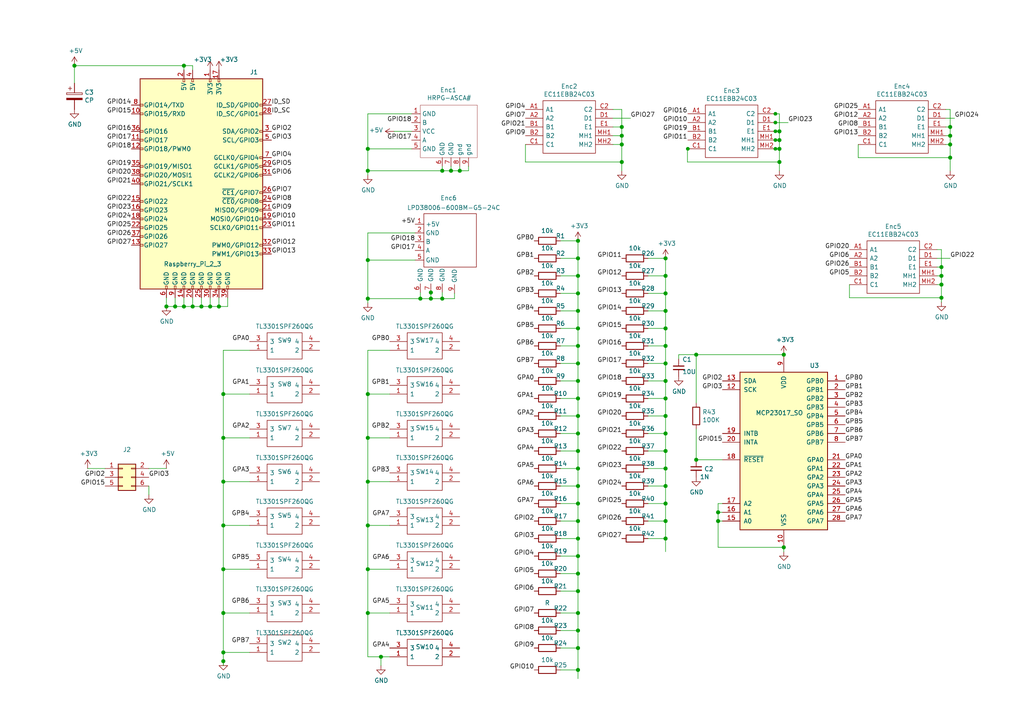
<source format=kicad_sch>
(kicad_sch (version 20211123) (generator eeschema)
  (paper "A4")
  (title_block (title "5 Inch PiHPSDR Controlles") (date "2021-03-24") (rev "0") (company "OpenHPSDR") (comment 1 "Eng: Kjell Karlsen LA2NI") (comment 2 "Software:Laurence Barker G0ORX"))
  (lib_symbols
    (symbol "Connector:Raspberry_Pi_2_3" (pin_names (offset 1.016))
      (property "Reference" "J" (at -17.78 31.75 0))
      (property "Value" "Raspberry_Pi_2_3" (at 10.16 -31.75 0))
      (symbol "Raspberry_Pi_2_3_1_1"
        (pin power_in line (at 2.54 33.02 270) (length 2.54) (name "3V3") (number "1"))
        (pin bidirectional line (at -20.32 20.32 0) (length 2.54) (name "GPIO15/RXD") (number "10"))
        (pin bidirectional line (at -20.32 12.7 0) (length 2.54) (name "GPIO17") (number "11"))
        (pin bidirectional line (at -20.32 10.16 0) (length 2.54) (name "GPIO18/PWM0") (number "12"))
        (pin bidirectional line (at -20.32 -17.78 0) (length 2.54) (name "GPIO27") (number "13"))
        (pin power_in line (at -5.08 -33.02 90) (length 2.54) (name "GND") (number "14"))
        (pin bidirectional line (at -20.32 -5.08 0) (length 2.54) (name "GPIO22") (number "15"))
        (pin bidirectional line (at -20.32 -7.62 0) (length 2.54) (name "GPIO23") (number "16"))
        (pin power_in line (at 5.08 33.02 270) (length 2.54) (name "3V3") (number "17"))
        (pin bidirectional line (at -20.32 -10.16 0) (length 2.54) (name "GPIO24") (number "18"))
        (pin bidirectional line (at 20.32 -10.16 180) (length 2.54) (name "MOSI0/GPIO10") (number "19"))
        (pin power_in line (at -5.08 33.02 270) (length 2.54) (name "5V") (number "2"))
        (pin power_in line (at -2.54 -33.02 90) (length 2.54) (name "GND") (number "20"))
        (pin bidirectional line (at 20.32 -7.62 180) (length 2.54) (name "MISO0/GPIO9") (number "21"))
        (pin bidirectional line (at -20.32 -12.7 0) (length 2.54) (name "GPIO25") (number "22"))
        (pin bidirectional line (at 20.32 -12.7 180) (length 2.54) (name "SCLK0/GPIO11") (number "23"))
        (pin bidirectional line (at 20.32 -5.08 180) (length 2.54) (name "~{CE0}/GPIO8") (number "24"))
        (pin power_in line (at 0 -33.02 90) (length 2.54) (name "GND") (number "25"))
        (pin bidirectional line (at 20.32 -2.54 180) (length 2.54) (name "~{CE1}/GPIO7") (number "26"))
        (pin bidirectional line (at 20.32 22.86 180) (length 2.54) (name "ID_SD/GPIO0") (number "27"))
        (pin bidirectional line (at 20.32 20.32 180) (length 2.54) (name "ID_SC/GPIO1") (number "28"))
        (pin bidirectional line (at 20.32 5.08 180) (length 2.54) (name "GCLK1/GPIO5") (number "29"))
        (pin bidirectional line (at 20.32 15.24 180) (length 2.54) (name "SDA/GPIO2") (number "3"))
        (pin power_in line (at 2.54 -33.02 90) (length 2.54) (name "GND") (number "30"))
        (pin bidirectional line (at 20.32 2.54 180) (length 2.54) (name "GCLK2/GPIO6") (number "31"))
        (pin bidirectional line (at 20.32 -17.78 180) (length 2.54) (name "PWM0/GPIO12") (number "32"))
        (pin bidirectional line (at 20.32 -20.32 180) (length 2.54) (name "PWM1/GPIO13") (number "33"))
        (pin power_in line (at 5.08 -33.02 90) (length 2.54) (name "GND") (number "34"))
        (pin bidirectional line (at -20.32 5.08 0) (length 2.54) (name "GPIO19/MISO1") (number "35"))
        (pin bidirectional line (at -20.32 15.24 0) (length 2.54) (name "GPIO16") (number "36"))
        (pin bidirectional line (at -20.32 -15.24 0) (length 2.54) (name "GPIO26") (number "37"))
        (pin bidirectional line (at -20.32 2.54 0) (length 2.54) (name "GPIO20/MOSI1") (number "38"))
        (pin power_in line (at 7.62 -33.02 90) (length 2.54) (name "GND") (number "39"))
        (pin power_in line (at -2.54 33.02 270) (length 2.54) (name "5V") (number "4"))
        (pin bidirectional line (at -20.32 0 0) (length 2.54) (name "GPIO21/SCLK1") (number "40"))
        (pin bidirectional line (at 20.32 12.7 180) (length 2.54) (name "SCL/GPIO3") (number "5"))
        (pin power_in line (at -10.16 -33.02 90) (length 2.54) (name "GND") (number "6"))
        (pin bidirectional line (at 20.32 7.62 180) (length 2.54) (name "GCLK0/GPIO4") (number "7"))
        (pin bidirectional line (at -20.32 22.86 0) (length 2.54) (name "GPIO14/TXD") (number "8"))
        (pin power_in line (at -7.62 -33.02 90) (length 2.54) (name "GND") (number "9"))
      )
    )
    (symbol "Connector_Generic:Conn_02x03_Odd_Even" (pin_names (offset 1.016) hide)
      (property "Reference" "J" (at 1.27 5.08 0))
      (property "Value" "Conn_02x03_Odd_Even" (at 1.27 -5.08 0))
      (symbol "Conn_02x03_Odd_Even_1_1"
        (pin passive line (at -5.08 2.54 0) (length 3.81) (name "Pin_1") (number "1"))
        (pin passive line (at 7.62 2.54 180) (length 3.81) (name "Pin_2") (number "2"))
        (pin passive line (at -5.08 0 0) (length 3.81) (name "Pin_3") (number "3"))
        (pin passive line (at 7.62 0 180) (length 3.81) (name "Pin_4") (number "4"))
        (pin passive line (at -5.08 -2.54 0) (length 3.81) (name "Pin_5") (number "5"))
        (pin passive line (at 7.62 -2.54 180) (length 3.81) (name "Pin_6") (number "6"))
      )
    )
    (symbol "Device:CP" (pin_numbers hide) (pin_names (offset 0.254))
      (property "Reference" "C" (at 0.635 2.54 0))
      (property "Value" "CP" (at 0.635 -2.54 0))
      (symbol "CP_1_1"
        (pin passive line (at 0 3.81 270) (length 2.794) (name "~") (number "1"))
        (pin passive line (at 0 -3.81 90) (length 2.794) (name "~") (number "2"))
      )
    )
    (symbol "Device:C_Small" (pin_numbers hide) (pin_names (offset 0.254) hide)
      (property "Reference" "C" (at 0.254 1.778 0))
      (property "Value" "C_Small" (at 0.254 -2.032 0))
      (symbol "C_Small_1_1"
        (pin passive line (at 0 2.54 270) (length 2.032) (name "~") (number "1"))
        (pin passive line (at 0 -2.54 90) (length 2.032) (name "~") (number "2"))
      )
    )
    (symbol "Device:R" (pin_numbers hide) (pin_names (offset 0))
      (property "Reference" "R" (at 2.032 0 90))
      (property "Value" "R" (at 0 0 90))
      (symbol "R_1_1"
        (pin passive line (at 0 3.81 270) (length 1.27) (name "~") (number "1"))
        (pin passive line (at 0 -3.81 90) (length 1.27) (name "~") (number "2"))
      )
    )
    (symbol "Interface_Expansion:MCP23017_SO" (pin_names (offset 1.016))
      (property "Reference" "U" (at -11.43 24.13 0))
      (property "Value" "MCP23017_SO" (at 0 0 0))
      (symbol "MCP23017_SO_1_1"
        (pin bidirectional line (at 17.78 20.32 180) (length 5.08) (name "GPB0") (number "1"))
        (pin power_in line (at 0 -27.94 90) (length 5.08) (name "VSS") (number "10"))
        (pin no_connect line (at -12.7 15.24 0) (length 5.08) hide (name "NC") (number "11"))
        (pin input line (at -17.78 17.78 0) (length 5.08) (name "SCK") (number "12"))
        (pin bidirectional line (at -17.78 20.32 0) (length 5.08) (name "SDA") (number "13"))
        (pin no_connect line (at -12.7 12.7 0) (length 5.08) hide (name "NC") (number "14"))
        (pin input line (at -17.78 -20.32 0) (length 5.08) (name "A0") (number "15"))
        (pin input line (at -17.78 -17.78 0) (length 5.08) (name "A1") (number "16"))
        (pin input line (at -17.78 -15.24 0) (length 5.08) (name "A2") (number "17"))
        (pin input line (at -17.78 -2.54 0) (length 5.08) (name "~{RESET}") (number "18"))
        (pin tri_state line (at -17.78 5.08 0) (length 5.08) (name "INTB") (number "19"))
        (pin bidirectional line (at 17.78 17.78 180) (length 5.08) (name "GPB1") (number "2"))
        (pin tri_state line (at -17.78 2.54 0) (length 5.08) (name "INTA") (number "20"))
        (pin bidirectional line (at 17.78 -2.54 180) (length 5.08) (name "GPA0") (number "21"))
        (pin bidirectional line (at 17.78 -5.08 180) (length 5.08) (name "GPA1") (number "22"))
        (pin bidirectional line (at 17.78 -7.62 180) (length 5.08) (name "GPA2") (number "23"))
        (pin bidirectional line (at 17.78 -10.16 180) (length 5.08) (name "GPA3") (number "24"))
        (pin bidirectional line (at 17.78 -12.7 180) (length 5.08) (name "GPA4") (number "25"))
        (pin bidirectional line (at 17.78 -15.24 180) (length 5.08) (name "GPA5") (number "26"))
        (pin bidirectional line (at 17.78 -17.78 180) (length 5.08) (name "GPA6") (number "27"))
        (pin bidirectional line (at 17.78 -20.32 180) (length 5.08) (name "GPA7") (number "28"))
        (pin bidirectional line (at 17.78 15.24 180) (length 5.08) (name "GPB2") (number "3"))
        (pin bidirectional line (at 17.78 12.7 180) (length 5.08) (name "GPB3") (number "4"))
        (pin bidirectional line (at 17.78 10.16 180) (length 5.08) (name "GPB4") (number "5"))
        (pin bidirectional line (at 17.78 7.62 180) (length 5.08) (name "GPB5") (number "6"))
        (pin bidirectional line (at 17.78 5.08 180) (length 5.08) (name "GPB6") (number "7"))
        (pin bidirectional line (at 17.78 2.54 180) (length 5.08) (name "GPB7") (number "8"))
        (pin power_in line (at 0 27.94 270) (length 5.08) (name "VDD") (number "9"))
      )
    )
    (symbol "KjellKarlsen:HRPG-ASCA#"
      (property "Reference" "Enc" (at 0 -2.54 0))
      (property "Value" "HRPG-ASCA#" (at 0 -5.08 0))
      (symbol "HRPG-ASCA#_1_1"
        (pin passive line (at -11.43 -8.89 0) (length 2.54) (name "GND") (number "1"))
        (pin passive line (at -11.43 -11.43 0) (length 2.54) (name "B") (number "2"))
        (pin passive line (at -11.43 -13.97 0) (length 2.54) (name "VCC") (number "3"))
        (pin passive line (at -11.43 -16.51 0) (length 2.54) (name "A") (number "4"))
        (pin passive line (at -11.43 -19.05 0) (length 2.54) (name "GND") (number "5"))
        (pin passive line (at -2.54 -24.13 90) (length 2.54) (name "GND") (number "6"))
        (pin passive line (at 0 -24.13 90) (length 2.54) (name "GND") (number "7"))
        (pin passive line (at 2.54 -24.13 90) (length 2.54) (name "gnd") (number "8"))
        (pin passive line (at 5.08 -24.13 90) (length 2.54) (name "gnd") (number "9"))
      )
    )
    (symbol "KjellKarlsen:LPD38006-600BM-G5-24C"
      (property "Reference" "ENC" (at 0 0 0))
      (property "Value" "LPD38006-600BM-G5-24C" (at 0.508 3.556 0))
      (symbol "LPD38006-600BM-G5-24C_1_1"
        (pin passive line (at -2.794 -4.318 0) (length 2.54) (name "+5V") (number "1"))
        (pin passive line (at -2.794 -6.858 0) (length 2.54) (name "GND") (number "2"))
        (pin passive line (at -2.794 -9.398 0) (length 2.54) (name "B") (number "3"))
        (pin passive line (at -2.794 -11.938 0) (length 2.54) (name "A") (number "4"))
        (pin passive line (at -2.794 -14.732 0) (length 2.54) (name "GND") (number "5"))
        (pin passive line (at -1.27 -24.13 90) (length 2.54) (name "GND") (number "6"))
        (pin passive line (at 1.778 -24.13 90) (length 2.54) (name "GND") (number "7"))
        (pin passive line (at 5.08 -24.13 90) (length 2.54) (name "GND") (number "8"))
        (pin passive line (at 8.636 -24.384 90) (length 2.54) (name "GND") (number "9"))
      )
    )
    (symbol "SamacSys_Parts:EC11EBB24C03" (pin_names (offset 0.762))
      (property "Reference" "U" (at 21.59 7.62 0))
      (property "Value" "EC11EBB24C03" (at 21.59 5.08 0))
      (symbol "EC11EBB24C03_0_0"
        (pin passive line (at 0 0 0) (length 5.08) (name "A1") (number "A1"))
        (pin passive line (at 0 -2.54 0) (length 5.08) (name "A2") (number "A2"))
        (pin passive line (at 0 -5.08 0) (length 5.08) (name "B1") (number "B1"))
        (pin passive line (at 0 -7.62 0) (length 5.08) (name "B2") (number "B2"))
        (pin passive line (at 0 -10.16 0) (length 5.08) (name "C1") (number "C1"))
        (pin passive line (at 25.4 0 180) (length 5.08) (name "C2") (number "C2"))
        (pin passive line (at 25.4 -2.54 180) (length 5.08) (name "D1") (number "D1"))
        (pin passive line (at 25.4 -5.08 180) (length 5.08) (name "E1") (number "E1"))
        (pin passive line (at 25.4 -7.62 180) (length 5.08) (name "MH1") (number "MH1"))
        (pin passive line (at 25.4 -10.16 180) (length 5.08) (name "MH2") (number "MH2"))
      )
    )
    (symbol "SamacSys_Parts:TL3301SPF260QG" (pin_names (offset 0.762))
      (property "Reference" "S" (at 16.51 7.62 0))
      (property "Value" "TL3301SPF260QG" (at 16.51 5.08 0))
      (symbol "TL3301SPF260QG_0_0"
        (pin passive line (at 0 -2.54 0) (length 5.08) (name "1") (number "1"))
        (pin passive line (at 20.32 -2.54 180) (length 5.08) (name "2") (number "2"))
        (pin passive line (at 0 0 0) (length 5.08) (name "3") (number "3"))
        (pin passive line (at 20.32 0 180) (length 5.08) (name "4") (number "4"))
      )
    )
    (symbol "power:+3.3V" (power) (pin_names (offset 0))
      (property "Value" "+3.3V" (at 0 3.556 0))
      (symbol "+3.3V_1_1"
        (pin power_in line (at 0 0 90) (length 0) hide (name "+3V3") (number "1"))
      )
    )
    (symbol "power:+5V" (power) (pin_names (offset 0))
      (property "Value" "+5V" (at 0 3.556 0))
      (symbol "+5V_1_1"
        (pin power_in line (at 0 0 90) (length 0) hide (name "+5V") (number "1"))
      )
    )
    (symbol "power:GND" (power) (pin_names (offset 0))
      (property "Value" "GND" (at 0 -3.81 0))
      (symbol "GND_1_1"
        (pin power_in line (at 0 0 270) (length 0) hide (name "GND") (number "1"))
      )
    )
  )
  (junction (at 275.59 45.72) (diameter 1.016))
  (junction (at 124.968 86.614) (diameter 1.016))
  (junction (at 106.68 43.18) (diameter 1.016))
  (junction (at 167.64 105.41) (diameter 1.016))
  (junction (at 121.92 86.614) (diameter 1.016))
  (junction (at 167.64 115.57) (diameter 1.016))
  (junction (at 193.04 120.65) (diameter 1.016))
  (junction (at 53.34 88.9) (diameter 1.016))
  (junction (at 64.77 114.3) (diameter 1.016))
  (junction (at 180.34 41.91) (diameter 1.016))
  (junction (at 193.04 110.49) (diameter 1.016))
  (junction (at 193.04 95.25) (diameter 1.016))
  (junction (at 193.04 140.97) (diameter 1.016))
  (junction (at 227.33 102.87) (diameter 1.016))
  (junction (at 167.64 140.97) (diameter 1.016))
  (junction (at 180.34 39.37) (diameter 1.016))
  (junction (at 167.64 130.81) (diameter 1.016))
  (junction (at 193.04 74.93) (diameter 1.016))
  (junction (at 201.93 133.35) (diameter 1.016))
  (junction (at 60.96 88.9) (diameter 1.016))
  (junction (at 193.04 80.01) (diameter 1.016))
  (junction (at 273.05 82.55) (diameter 1.016))
  (junction (at 106.68 177.8) (diameter 1.016))
  (junction (at 64.77 191.77) (diameter 1.016))
  (junction (at 226.06 40.64) (diameter 1.016))
  (junction (at 224.9 33))
  (junction (at 167.64 80.01) (diameter 1.016))
  (junction (at 106.68 114.3) (diameter 1.016))
  (junction (at 58.42 88.9) (diameter 1.016))
  (junction (at 167.64 125.73) (diameter 1.016))
  (junction (at 193.04 85.09) (diameter 1.016))
  (junction (at 130.81 49.53) (diameter 1.016))
  (junction (at 167.64 161.29) (diameter 1.016))
  (junction (at 224.9 35.54))
  (junction (at 55.88 88.9) (diameter 1.016))
  (junction (at 106.68 165.1) (diameter 1.016))
  (junction (at 124.968 84.836) (diameter 1.016))
  (junction (at 226.06 43.18) (diameter 1.016))
  (junction (at 167.64 187.96) (diameter 1.016))
  (junction (at 167.64 194.31) (diameter 1.016))
  (junction (at 64.77 152.4) (diameter 1.016))
  (junction (at 167.64 171.45) (diameter 1.016))
  (junction (at 275.59 41.91) (diameter 1.016))
  (junction (at 64.77 189.23) (diameter 1.016))
  (junction (at 106.68 86.614) (diameter 1.016))
  (junction (at 208.28 151.13) (diameter 1.016))
  (junction (at 227.33 158.75) (diameter 1.016))
  (junction (at 167.64 151.13) (diameter 1.016))
  (junction (at 106.68 139.7) (diameter 1.016))
  (junction (at 63.5 88.9) (diameter 1.016))
  (junction (at 64.77 177.8) (diameter 1.016))
  (junction (at 167.64 146.05) (diameter 1.016))
  (junction (at 180.34 36.83) (diameter 1.016))
  (junction (at 128.27 86.614) (diameter 1.016))
  (junction (at 224.9 38.08))
  (junction (at 106.68 127) (diameter 1.016))
  (junction (at 167.64 100.33) (diameter 1.016))
  (junction (at 193.04 156.21) (diameter 1.016))
  (junction (at 224.9 40.62))
  (junction (at 193.04 90.17) (diameter 1.016))
  (junction (at 180.34 46.99) (diameter 1.016))
  (junction (at 201.93 102.87) (diameter 1.016))
  (junction (at 167.64 110.49) (diameter 1.016))
  (junction (at 133.35 49.53) (diameter 1.016))
  (junction (at 21.59 19.05) (diameter 1.016))
  (junction (at 64.77 165.1) (diameter 1.016))
  (junction (at 226.06 46.99) (diameter 1.016))
  (junction (at 167.64 177.8) (diameter 1.016))
  (junction (at 167.64 182.88) (diameter 1.016))
  (junction (at 167.64 120.65) (diameter 1.016))
  (junction (at 48.26 88.9) (diameter 1.016))
  (junction (at 64.77 127) (diameter 1.016))
  (junction (at 106.68 152.4) (diameter 1.016))
  (junction (at 193.04 115.57) (diameter 1.016))
  (junction (at 199.5 43.16))
  (junction (at 167.64 135.89) (diameter 1.016))
  (junction (at 208.28 148.59) (diameter 1.016))
  (junction (at 193.04 105.41) (diameter 1.016))
  (junction (at 167.64 74.93) (diameter 1.016))
  (junction (at 50.8 88.9) (diameter 1.016))
  (junction (at 128.27 49.53) (diameter 1.016))
  (junction (at 167.64 85.09) (diameter 1.016))
  (junction (at 106.68 75.438) (diameter 1.016))
  (junction (at 53.34 19.05) (diameter 1.016))
  (junction (at 193.04 130.81) (diameter 1.016))
  (junction (at 193.04 125.73) (diameter 1.016))
  (junction (at 193.04 135.89) (diameter 1.016))
  (junction (at 275.59 36.83) (diameter 1.016))
  (junction (at 64.77 139.7) (diameter 1.016))
  (junction (at 167.64 95.25) (diameter 1.016))
  (junction (at 167.64 156.21) (diameter 1.016))
  (junction (at 193.04 151.13) (diameter 1.016))
  (junction (at 167.64 90.17) (diameter 1.016))
  (junction (at 193.04 146.05) (diameter 1.016))
  (junction (at 273.05 80.01) (diameter 1.016))
  (junction (at 106.68 49.53) (diameter 1.016))
  (junction (at 224.9 43.16))
  (junction (at 167.64 166.37) (diameter 1.016))
  (junction (at 110.49 190.5) (diameter 1.016))
  (junction (at 226.06 38.1) (diameter 1.016))
  (junction (at 167.64 69.85) (diameter 1.016))
  (junction (at 193.04 100.33) (diameter 1.016))
  (junction (at 273.05 77.47) (diameter 1.016))
  (junction (at 273.05 86.36) (diameter 1.016))
  (junction (at 275.59 39.37) (diameter 1.016))
  (wire (pts (xy 162.56 156.21) (xy 167.64 156.21)))
  (wire (pts (xy 187.96 95.25) (xy 193.04 95.25)))
  (wire (pts (xy 224.79 43.18) (xy 226.06 43.18)))
  (wire (pts (xy 162.56 100.33) (xy 167.64 100.33)))
  (wire (pts (xy 187.96 115.57) (xy 193.04 115.57)))
  (wire (pts (xy 201.93 102.87) (xy 227.33 102.87)))
  (wire (pts (xy 201.93 116.84) (xy 201.93 102.87)))
  (wire (pts (xy 106.68 165.1) (xy 113.03 165.1)))
  (wire (pts (xy 187.96 85.09) (xy 193.04 85.09)))
  (wire (pts (xy 106.68 114.3) (xy 113.03 114.3)))
  (wire (pts (xy 162.56 182.88) (xy 167.64 182.88)))
  (wire (pts (xy 162.56 161.29) (xy 167.64 161.29)))
  (wire (pts (xy 64.77 101.6) (xy 72.39 101.6)))
  (wire (pts (xy 187.96 130.81) (xy 193.04 130.81)))
  (wire (pts (xy 196.85 102.87) (xy 196.85 104.14)))
  (wire (pts (xy 201.93 102.87) (xy 196.85 102.87)))
  (wire (pts (xy 162.56 187.96) (xy 167.64 187.96)))
  (wire (pts (xy 106.68 33.02) (xy 106.68 43.18)))
  (wire (pts (xy 106.68 43.18) (xy 106.68 49.53)))
  (wire (pts (xy 106.68 49.53) (xy 106.68 50.8)))
  (wire (pts (xy 119.38 33.02) (xy 106.68 33.02)))
  (wire (pts (xy 187.96 100.33) (xy 193.04 100.33)))
  (wire (pts (xy 43.18 135.89) (xy 48.26 135.89)))
  (wire (pts (xy 106.68 190.5) (xy 110.49 190.5)))
  (wire (pts (xy 162.56 69.85) (xy 167.64 69.85)))
  (wire (pts (xy 167.64 74.93) (xy 167.64 69.85)))
  (wire (pts (xy 167.64 80.01) (xy 167.64 74.93)))
  (wire (pts (xy 167.64 85.09) (xy 167.64 80.01)))
  (wire (pts (xy 167.64 90.17) (xy 167.64 85.09)))
  (wire (pts (xy 167.64 95.25) (xy 167.64 90.17)))
  (wire (pts (xy 167.64 100.33) (xy 167.64 95.25)))
  (wire (pts (xy 167.64 105.41) (xy 167.64 100.33)))
  (wire (pts (xy 167.64 110.49) (xy 167.64 105.41)))
  (wire (pts (xy 167.64 115.57) (xy 167.64 110.49)))
  (wire (pts (xy 167.64 120.65) (xy 167.64 115.57)))
  (wire (pts (xy 167.64 125.73) (xy 167.64 120.65)))
  (wire (pts (xy 167.64 130.81) (xy 167.64 125.73)))
  (wire (pts (xy 167.64 135.89) (xy 167.64 130.81)))
  (wire (pts (xy 167.64 140.97) (xy 167.64 135.89)))
  (wire (pts (xy 167.64 146.05) (xy 167.64 140.97)))
  (wire (pts (xy 167.64 151.13) (xy 167.64 146.05)))
  (wire (pts (xy 167.64 156.21) (xy 167.64 151.13)))
  (wire (pts (xy 167.64 161.29) (xy 167.64 156.21)))
  (wire (pts (xy 167.64 166.37) (xy 167.64 161.29)))
  (wire (pts (xy 167.64 171.45) (xy 167.64 166.37)))
  (wire (pts (xy 167.64 177.8) (xy 167.64 171.45)))
  (wire (pts (xy 167.64 182.88) (xy 167.64 177.8)))
  (wire (pts (xy 167.64 187.96) (xy 167.64 182.88)))
  (wire (pts (xy 167.64 194.31) (xy 167.64 187.96)))
  (wire (pts (xy 167.64 196.85) (xy 167.64 194.31)))
  (wire (pts (xy 177.8 36.83) (xy 180.34 36.83)))
  (wire (pts (xy 162.56 110.49) (xy 167.64 110.49)))
  (wire (pts (xy 162.56 90.17) (xy 167.64 90.17)))
  (wire (pts (xy 64.77 114.3) (xy 72.39 114.3)))
  (wire (pts (xy 58.42 86.36) (xy 58.42 88.9)))
  (wire (pts (xy 113.03 190.5) (xy 110.49 190.5)))
  (wire (pts (xy 21.59 19.05) (xy 53.34 19.05)))
  (wire (pts (xy 53.34 19.05) (xy 55.88 19.05)))
  (wire (pts (xy 55.88 19.05) (xy 55.88 20.32)))
  (wire (pts (xy 187.96 80.01) (xy 193.04 80.01)))
  (wire (pts (xy 128.27 48.26) (xy 128.27 49.53)))
  (wire (pts (xy 53.34 86.36) (xy 53.34 88.9)))
  (wire (pts (xy 43.18 140.97) (xy 43.18 143.51)))
  (wire (pts (xy 124.968 84.582) (xy 124.968 84.836)))
  (wire (pts (xy 124.968 84.836) (xy 124.968 86.614)))
  (wire (pts (xy 162.56 171.45) (xy 167.64 171.45)))
  (wire (pts (xy 177.8 34.29) (xy 182.88 34.29)))
  (wire (pts (xy 63.5 86.36) (xy 63.5 88.9)))
  (wire (pts (xy 274.32 39.37) (xy 275.59 39.37)))
  (wire (pts (xy 152.4 41.91) (xy 152.4 46.99)))
  (wire (pts (xy 152.4 46.99) (xy 180.34 46.99)))
  (wire (pts (xy 248.92 41.91) (xy 248.92 45.72)))
  (wire (pts (xy 275.59 45.72) (xy 248.92 45.72)))
  (wire (pts (xy 60.96 86.36) (xy 60.96 88.9)))
  (wire (pts (xy 274.32 34.29) (xy 276.86 34.29)))
  (wire (pts (xy 162.56 125.73) (xy 167.64 125.73)))
  (wire (pts (xy 106.68 43.18) (xy 119.38 43.18)))
  (wire (pts (xy 208.28 148.59) (xy 209.55 148.59)))
  (wire (pts (xy 177.8 39.37) (xy 180.34 39.37)))
  (wire (pts (xy 64.77 101.6) (xy 64.77 114.3)))
  (wire (pts (xy 64.77 114.3) (xy 64.77 127)))
  (wire (pts (xy 64.77 127) (xy 64.77 139.7)))
  (wire (pts (xy 64.77 139.7) (xy 64.77 152.4)))
  (wire (pts (xy 64.77 152.4) (xy 64.77 165.1)))
  (wire (pts (xy 64.77 165.1) (xy 64.77 177.8)))
  (wire (pts (xy 64.77 177.8) (xy 64.77 189.23)))
  (wire (pts (xy 64.77 189.23) (xy 64.77 191.77)))
  (wire (pts (xy 64.77 191.77) (xy 64.77 193.04)))
  (wire (pts (xy 271.78 72.39) (xy 273.05 72.39)))
  (wire (pts (xy 273.05 77.47) (xy 273.05 72.39)))
  (wire (pts (xy 273.05 80.01) (xy 273.05 77.47)))
  (wire (pts (xy 273.05 82.55) (xy 273.05 80.01)))
  (wire (pts (xy 273.05 86.36) (xy 273.05 82.55)))
  (wire (pts (xy 273.05 87.63) (xy 273.05 86.36)))
  (wire (pts (xy 187.96 74.93) (xy 193.04 74.93)))
  (wire (pts (xy 193.04 80.01) (xy 193.04 74.93)))
  (wire (pts (xy 193.04 85.09) (xy 193.04 80.01)))
  (wire (pts (xy 193.04 90.17) (xy 193.04 85.09)))
  (wire (pts (xy 193.04 95.25) (xy 193.04 90.17)))
  (wire (pts (xy 193.04 100.33) (xy 193.04 95.25)))
  (wire (pts (xy 193.04 105.41) (xy 193.04 100.33)))
  (wire (pts (xy 193.04 110.49) (xy 193.04 105.41)))
  (wire (pts (xy 193.04 115.57) (xy 193.04 110.49)))
  (wire (pts (xy 193.04 120.65) (xy 193.04 115.57)))
  (wire (pts (xy 193.04 125.73) (xy 193.04 120.65)))
  (wire (pts (xy 193.04 130.81) (xy 193.04 125.73)))
  (wire (pts (xy 193.04 135.89) (xy 193.04 130.81)))
  (wire (pts (xy 193.04 140.97) (xy 193.04 135.89)))
  (wire (pts (xy 193.04 146.05) (xy 193.04 140.97)))
  (wire (pts (xy 193.04 151.13) (xy 193.04 146.05)))
  (wire (pts (xy 193.04 156.21) (xy 193.04 151.13)))
  (wire (pts (xy 224.79 33.02) (xy 226.06 33.02)))
  (wire (pts (xy 226.06 38.1) (xy 226.06 33.02)))
  (wire (pts (xy 226.06 40.64) (xy 226.06 38.1)))
  (wire (pts (xy 226.06 43.18) (xy 226.06 40.64)))
  (wire (pts (xy 226.06 46.99) (xy 226.06 43.18)))
  (wire (pts (xy 226.06 49.53) (xy 226.06 46.99)))
  (wire (pts (xy 187.96 105.41) (xy 193.04 105.41)))
  (wire (pts (xy 224.79 40.64) (xy 226.06 40.64)))
  (wire (pts (xy 187.96 120.65) (xy 193.04 120.65)))
  (wire (pts (xy 48.26 88.9) (xy 50.8 88.9)))
  (wire (pts (xy 50.8 88.9) (xy 53.34 88.9)))
  (wire (pts (xy 53.34 88.9) (xy 55.88 88.9)))
  (wire (pts (xy 55.88 88.9) (xy 58.42 88.9)))
  (wire (pts (xy 58.42 88.9) (xy 60.96 88.9)))
  (wire (pts (xy 60.96 88.9) (xy 63.5 88.9)))
  (wire (pts (xy 63.5 88.9) (xy 66.04 88.9)))
  (wire (pts (xy 66.04 86.36) (xy 66.04 88.9)))
  (wire (pts (xy 187.96 110.49) (xy 193.04 110.49)))
  (wire (pts (xy 106.68 127) (xy 113.03 127)))
  (wire (pts (xy 271.78 82.55) (xy 273.05 82.55)))
  (wire (pts (xy 199.39 43.18) (xy 199.39 46.99)))
  (wire (pts (xy 226.06 46.99) (xy 199.39 46.99)))
  (wire (pts (xy 162.56 177.8) (xy 167.64 177.8)))
  (wire (pts (xy 274.32 31.75) (xy 275.59 31.75)))
  (wire (pts (xy 275.59 36.83) (xy 275.59 31.75)))
  (wire (pts (xy 275.59 39.37) (xy 275.59 36.83)))
  (wire (pts (xy 275.59 41.91) (xy 275.59 39.37)))
  (wire (pts (xy 275.59 45.72) (xy 275.59 41.91)))
  (wire (pts (xy 275.59 49.53) (xy 275.59 45.72)))
  (wire (pts (xy 106.68 75.438) (xy 120.396 75.438)))
  (wire (pts (xy 130.81 48.26) (xy 130.81 49.53)))
  (wire (pts (xy 106.68 49.53) (xy 128.27 49.53)))
  (wire (pts (xy 128.27 49.53) (xy 130.81 49.53)))
  (wire (pts (xy 130.81 49.53) (xy 133.35 49.53)))
  (wire (pts (xy 133.35 49.53) (xy 135.89 49.53)))
  (wire (pts (xy 135.89 48.26) (xy 135.89 49.53)))
  (wire (pts (xy 162.56 166.37) (xy 167.64 166.37)))
  (wire (pts (xy 133.35 48.26) (xy 133.35 49.53)))
  (wire (pts (xy 224.79 35.56) (xy 228.6 35.56)))
  (wire (pts (xy 187.96 135.89) (xy 193.04 135.89)))
  (wire (pts (xy 128.27 84.836) (xy 128.27 86.614)))
  (wire (pts (xy 50.8 86.36) (xy 50.8 88.9)))
  (wire (pts (xy 162.56 115.57) (xy 167.64 115.57)))
  (wire (pts (xy 193.04 156.21) (xy 193.04 160.02)))
  (wire (pts (xy 274.32 36.83) (xy 275.59 36.83)))
  (wire (pts (xy 114.3 38.1) (xy 119.38 38.1)))
  (wire (pts (xy 64.77 165.1) (xy 72.39 165.1)))
  (wire (pts (xy 187.96 125.73) (xy 193.04 125.73)))
  (wire (pts (xy 187.96 90.17) (xy 193.04 90.17)))
  (wire (pts (xy 162.56 130.81) (xy 167.64 130.81)))
  (wire (pts (xy 106.68 152.4) (xy 113.03 152.4)))
  (wire (pts (xy 227.33 158.75) (xy 227.33 160.02)))
  (wire (pts (xy 162.56 120.65) (xy 167.64 120.65)))
  (wire (pts (xy 64.77 139.7) (xy 72.39 139.7)))
  (wire (pts (xy 162.56 74.93) (xy 167.64 74.93)))
  (wire (pts (xy 64.77 152.4) (xy 72.39 152.4)))
  (wire (pts (xy 162.56 85.09) (xy 167.64 85.09)))
  (wire (pts (xy 55.88 86.36) (xy 55.88 88.9)))
  (wire (pts (xy 177.8 41.91) (xy 180.34 41.91)))
  (wire (pts (xy 177.8 31.75) (xy 180.34 31.75)))
  (wire (pts (xy 180.34 31.75) (xy 180.34 36.83)))
  (wire (pts (xy 180.34 36.83) (xy 180.34 39.37)))
  (wire (pts (xy 180.34 39.37) (xy 180.34 41.91)))
  (wire (pts (xy 180.34 41.91) (xy 180.34 46.99)))
  (wire (pts (xy 180.34 46.99) (xy 180.34 49.53)))
  (wire (pts (xy 64.77 127) (xy 72.39 127)))
  (wire (pts (xy 53.34 19.05) (xy 53.34 20.32)))
  (wire (pts (xy 162.56 194.31) (xy 167.64 194.31)))
  (wire (pts (xy 224.79 38.1) (xy 226.06 38.1)))
  (wire (pts (xy 25.4 135.89) (xy 30.48 135.89)))
  (wire (pts (xy 162.56 151.13) (xy 167.64 151.13)))
  (wire (pts (xy 121.92 84.836) (xy 121.92 86.614)))
  (wire (pts (xy 187.96 156.21) (xy 193.04 156.21)))
  (wire (pts (xy 162.56 140.97) (xy 167.64 140.97)))
  (wire (pts (xy 208.28 151.13) (xy 209.55 151.13)))
  (wire (pts (xy 21.59 19.05) (xy 21.59 24.13)))
  (wire (pts (xy 187.96 146.05) (xy 193.04 146.05)))
  (wire (pts (xy 271.78 77.47) (xy 273.05 77.47)))
  (wire (pts (xy 201.93 133.35) (xy 209.55 133.35)))
  (wire (pts (xy 162.56 146.05) (xy 167.64 146.05)))
  (wire (pts (xy 162.56 135.89) (xy 167.64 135.89)))
  (wire (pts (xy 162.56 95.25) (xy 167.64 95.25)))
  (wire (pts (xy 208.28 146.05) (xy 209.55 146.05)))
  (wire (pts (xy 208.28 148.59) (xy 208.28 146.05)))
  (wire (pts (xy 208.28 151.13) (xy 208.28 148.59)))
  (wire (pts (xy 208.28 158.75) (xy 208.28 151.13)))
  (wire (pts (xy 227.33 158.75) (xy 208.28 158.75)))
  (wire (pts (xy 106.68 177.8) (xy 113.03 177.8)))
  (wire (pts (xy 246.38 82.55) (xy 246.38 86.36)))
  (wire (pts (xy 273.05 86.36) (xy 246.38 86.36)))
  (wire (pts (xy 201.93 124.46) (xy 201.93 133.35)))
  (wire (pts (xy 48.26 86.36) (xy 48.26 88.9)))
  (wire (pts (xy 64.77 177.8) (xy 72.39 177.8)))
  (wire (pts (xy 162.56 105.41) (xy 167.64 105.41)))
  (wire (pts (xy 187.96 151.13) (xy 193.04 151.13)))
  (wire (pts (xy 162.56 80.01) (xy 167.64 80.01)))
  (wire (pts (xy 274.32 41.91) (xy 275.59 41.91)))
  (wire (pts (xy 64.77 189.23) (xy 72.39 189.23)))
  (wire (pts (xy 187.96 140.97) (xy 193.04 140.97)))
  (wire (pts (xy 106.68 67.564) (xy 106.68 75.438)))
  (wire (pts (xy 106.68 75.438) (xy 106.68 86.614)))
  (wire (pts (xy 106.68 86.614) (xy 106.68 87.884)))
  (wire (pts (xy 120.396 67.564) (xy 106.68 67.564)))
  (wire (pts (xy 106.68 86.614) (xy 121.92 86.614)))
  (wire (pts (xy 121.92 86.614) (xy 124.968 86.614)))
  (wire (pts (xy 124.968 86.614) (xy 128.27 86.614)))
  (wire (pts (xy 128.27 86.614) (xy 131.826 86.614)))
  (wire (pts (xy 131.826 85.09) (xy 131.826 86.614)))
  (wire (pts (xy 271.78 74.93) (xy 275.59 74.93)))
  (wire (pts (xy 271.78 80.01) (xy 273.05 80.01)))
  (wire (pts (xy 106.68 139.7) (xy 113.03 139.7)))
  (wire (pts (xy 106.68 101.6) (xy 106.68 114.3)))
  (wire (pts (xy 106.68 101.6) (xy 113.03 101.6)))
  (wire (pts (xy 106.68 114.3) (xy 106.68 127)))
  (wire (pts (xy 106.68 127) (xy 106.68 139.7)))
  (wire (pts (xy 106.68 139.7) (xy 106.68 152.4)))
  (wire (pts (xy 106.68 152.4) (xy 106.68 165.1)))
  (wire (pts (xy 106.68 165.1) (xy 106.68 177.8)))
  (wire (pts (xy 106.68 177.8) (xy 106.68 190.5)))
  (wire (pts (xy 110.49 190.5) (xy 110.49 193.04)))
  (label "GPB4" (at 72.39 149.86 180))
  (label "GPA6" (at 113.03 162.56 180))
  (label "GPA2" (at 245.11 138.43 0))
  (label "GPIO2" (at 154.94 151.13 180))
  (label "GPIO17" (at 180.34 105.41 180))
  (label "GPIO14" (at 180.34 90.17 180))
  (label "GPIO5" (at 78.74 48.26 0))
  (label "GPIO6" (at 78.74 50.8 0))
  (label "GPB5" (at 245.11 123.19 0))
  (label "GPB1" (at 154.94 74.93 180))
  (label "GPIO27" (at 180.34 156.21 180))
  (label "GPB3" (at 154.94 85.09 180))
  (label "ID_SD" (at 78.74 30.48 0))
  (label "GPIO13" (at 248.92 39.37 180))
  (label "GPIO27" (at 182.88 34.29 0))
  (label "GPIO5" (at 246.38 80.01 180))
  (label "ID_SC" (at 78.74 33.02 0))
  (label "GPIO15" (at 180.34 95.25 180))
  (label "GPIO15" (at 30.48 140.97 180))
  (label "GPIO8" (at 154.94 182.88 180))
  (label "GPIO21" (at 152.4 36.83 180))
  (label "GPIO3" (at 78.74 40.64 0))
  (label "GPB7" (at 154.94 105.41 180))
  (label "GPA4" (at 154.94 130.81 180))
  (label "GPA1" (at 245.11 135.89 0))
  (label "GPB5" (at 72.39 162.56 180))
  (label "GPA5" (at 113.03 175.26 180))
  (label "GPIO8" (at 248.92 36.83 180))
  (label "GPA5" (at 154.94 135.89 180))
  (label "GPIO9" (at 78.74 60.96 0))
  (label "GPB1" (at 113.03 111.76 180))
  (label "GPIO12" (at 248.92 34.29 180))
  (label "GPIO17" (at 119.38 40.64 180))
  (label "GPIO15" (at 38.1 33.02 180))
  (label "GPA7" (at 245.11 151.13 0))
  (label "GPIO11" (at 199.39 40.64 180))
  (label "GPA4" (at 113.03 187.96 180))
  (label "GPIO19" (at 38.1 48.26 180))
  (label "GPIO10" (at 154.94 194.31 180))
  (label "GPIO13" (at 78.74 73.66 0))
  (label "GPIO18" (at 120.396 70.104 180))
  (label "GPIO5" (at 154.94 166.37 180))
  (label "GPA5" (at 245.11 146.05 0))
  (label "GPIO13" (at 180.34 85.09 180))
  (label "GPIO4" (at 152.4 31.75 180))
  (label "GPIO4" (at 78.74 45.72 0))
  (label "GPIO2" (at 30.48 138.43 180))
  (label "GPIO23" (at 38.1 60.96 180))
  (label "GPIO26" (at 38.1 68.58 180))
  (label "GPIO26" (at 180.34 151.13 180))
  (label "GPB0" (at 245.11 110.49 0))
  (label "GPIO3" (at 209.55 113.03 180))
  (label "GPIO7" (at 78.74 55.88 0))
  (label "GPB4" (at 154.94 90.17 180))
  (label "GPB2" (at 113.03 124.46 180))
  (label "GPIO3" (at 43.18 138.43 0))
  (label "GPIO4" (at 154.94 161.29 180))
  (label "GPIO18" (at 119.38 35.56 180))
  (label "GPB3" (at 245.11 118.11 0))
  (label "GPIO25" (at 180.34 146.05 180))
  (label "GPIO19" (at 180.34 115.57 180))
  (label "GPIO25" (at 38.1 66.04 180))
  (label "GPB0" (at 154.94 69.85 180))
  (label "GPIO27" (at 38.1 71.12 180))
  (label "GPIO22" (at 38.1 58.42 180))
  (label "GPIO12" (at 180.34 80.01 180))
  (label "GPB6" (at 154.94 100.33 180))
  (label "GPIO11" (at 78.74 66.04 0))
  (label "GPIO16" (at 199.39 33.02 180))
  (label "GPA2" (at 72.39 124.46 180))
  (label "GPIO20" (at 246.38 72.39 180))
  (label "GPIO7" (at 152.4 34.29 180))
  (label "GPIO8" (at 78.74 58.42 0))
  (label "GPIO10" (at 199.39 35.56 180))
  (label "GPIO9" (at 154.94 187.96 180))
  (label "GPB2" (at 154.94 80.01 180))
  (label "GPA0" (at 154.94 110.49 180))
  (label "GPIO21" (at 180.34 125.73 180))
  (label "GPIO24" (at 276.86 34.29 0))
  (label "+5V" (at 120.396 65.024 180))
  (label "GPIO26" (at 246.38 77.47 180))
  (label "GPB1" (at 245.11 113.03 0))
  (label "GPA2" (at 154.94 120.65 180))
  (label "GPB2" (at 245.11 115.57 0))
  (label "GPA4" (at 245.11 143.51 0))
  (label "GPB3" (at 113.03 137.16 180))
  (label "GPIO24" (at 180.34 140.97 180))
  (label "GPB6" (at 72.39 175.26 180))
  (label "GPB5" (at 154.94 95.25 180))
  (label "GPIO11" (at 180.34 74.93 180))
  (label "GPA3" (at 154.94 125.73 180))
  (label "GPIO18" (at 180.34 110.49 180))
  (label "GPB4" (at 245.11 120.65 0))
  (label "GPIO12" (at 78.74 71.12 0))
  (label "GPA6" (at 154.94 140.97 180))
  (label "GPA7" (at 154.94 146.05 180))
  (label "GPA7" (at 113.03 149.86 180))
  (label "GPIO23" (at 228.6 35.56 0))
  (label "GPB6" (at 245.11 125.73 0))
  (label "GPB7" (at 245.11 128.27 0))
  (label "GPIO6" (at 246.38 74.93 180))
  (label "GPIO25" (at 248.92 31.75 180))
  (label "GPIO23" (at 180.34 135.89 180))
  (label "GPA6" (at 245.11 148.59 0))
  (label "GPA1" (at 154.94 115.57 180))
  (label "GPIO21" (at 38.1 53.34 180))
  (label "GPIO10" (at 78.74 63.5 0))
  (label "GPA0" (at 72.39 99.06 180))
  (label "GPIO15" (at 209.55 128.27 180))
  (label "GPIO24" (at 38.1 63.5 180))
  (label "GPIO20" (at 38.1 50.8 180))
  (label "GPIO17" (at 38.1 40.64 180))
  (label "GPIO19" (at 199.39 38.1 180))
  (label "GPIO16" (at 38.1 38.1 180))
  (label "GPIO7" (at 154.94 177.8 180))
  (label "GPA1" (at 72.39 111.76 180))
  (label "GPIO2" (at 209.55 110.49 180))
  (label "GPIO2" (at 78.74 38.1 0))
  (label "GPA0" (at 245.11 133.35 0))
  (label "GPIO6" (at 154.94 171.45 180))
  (label "GPIO20" (at 180.34 120.65 180))
  (label "GPA3" (at 72.39 137.16 180))
  (label "GPB7" (at 72.39 186.69 180))
  (label "GPIO22" (at 180.34 130.81 180))
  (label "GPA3" (at 245.11 140.97 0))
  (label "GPB0" (at 113.03 99.06 180))
  (label "GPIO9" (at 152.4 39.37 180))
  (label "GPIO16" (at 180.34 100.33 180))
  (label "GPIO17" (at 120.396 72.644 180))
  (label "GPIO3" (at 154.94 156.21 180))
  (label "GPIO14" (at 38.1 30.48 180))
  (label "GPIO22" (at 275.59 74.93 0))
  (label "GPIO18" (at 38.1 43.18 180))
  (symbol (lib_id "power:GND") (at 273.05 87.63 0) (unit 1)
    (property "Reference" "#PWR0117" (effects hide))
    (property "Value" "GND" (at 273.1643 91.9544 0))
  )
  (symbol (lib_id "SamacSys_Parts:TL3301SPF260QG") (at 113.03 124.46 0) (unit 1)
    (property "Reference" "SW15" (at 123.19 124.111 0))
    (property "Value" "TL3301SPF260QG" (at 123.19 120.0593 0))
    (property "Footprint" "SamacSys_Parts:TL3301SPF260QG" (effects hide))
    (property "Datasheet" "https://www.google.com/url?sa=t&rct=j&q=&esrc=s&source=web&cd=&cad=rja&uact=8&ved=2ahUKEwj9rNK2qfDsAhUUTBUIHRQCCCMQFjAAegQIAxAC&url=https%3A%2F%2Fwww.digikey.com%2Fen%2Fproducts%2Fdetail%2Fe-switch%2FTL3301SPF260QG%2F951367&usg=AOvVaw14Rpl1B4ot6i5KjXDn9E9" (effects hide))
    (property "Description" "SWITCH, TACTILE SPST 50mA, SMD GULL WING, FULL REEL; Product Range:TL3301 Series; Actuator Orientation:Top Actuated; Switch Mounting:Surface Mount; Actuator Style:Square Button; Actuating Force:260gf; Contact Rating:50mA at 12VDC RoHS Compliant: Yes" (effects hide))
    (property "Height" "7.5" (effects hide))
    (property "Mouser Part Number" "612-TL3301SP-260" (effects hide))
    (property "Mouser Price/Stock" "https://www.mouser.co.uk/ProductDetail/E-Switch/TL3301SPF260QG?qs=Zmg%2F77r1i5omJPC0L7Vi%252BA%3D%3D" (effects hide))
    (property "Manufacturer_Name" "E-Switch" (effects hide))
    (property "Manufacturer_Part_Number" "TL3301SPF260QG" (effects hide))
  )
  (symbol (lib_id "power:GND") (at 180.34 49.53 0) (unit 1)
    (property "Reference" "#PWR0114" (effects hide))
    (property "Value" "GND" (at 180.4543 53.8544 0))
  )
  (symbol (lib_id "Device:R") (at 158.75 80.01 90) (unit 1)
    (property "Reference" "R3" (at 162.56 78.5938 90))
    (property "Value" "10k" (at 158.75 77.082 90))
    (property "Footprint" "Resistor_SMD:R_0805_2012Metric" (effects hide))
  )
  (symbol (lib_id "SamacSys_Parts:TL3301SPF260QG") (at 72.39 186.69 0) (unit 1)
    (property "Reference" "SW2" (at 82.55 186.341 0))
    (property "Value" "TL3301SPF260QG" (at 82.55 183.5593 0))
    (property "Footprint" "SamacSys_Parts:TL3301SPF260QG" (effects hide))
    (property "Datasheet" "https://www.google.com/url?sa=t&rct=j&q=&esrc=s&source=web&cd=&cad=rja&uact=8&ved=2ahUKEwj9rNK2qfDsAhUUTBUIHRQCCCMQFjAAegQIAxAC&url=https%3A%2F%2Fwww.digikey.com%2Fen%2Fproducts%2Fdetail%2Fe-switch%2FTL3301SPF260QG%2F951367&usg=AOvVaw14Rpl1B4ot6i5KjXDn9E9" (effects hide))
    (property "Description" "SWITCH, TACTILE SPST 50mA, SMD GULL WING, FULL REEL; Product Range:TL3301 Series; Actuator Orientation:Top Actuated; Switch Mounting:Surface Mount; Actuator Style:Square Button; Actuating Force:260gf; Contact Rating:50mA at 12VDC RoHS Compliant: Yes" (effects hide))
    (property "Height" "7.5" (effects hide))
    (property "Mouser Part Number" "612-TL3301SP-260" (effects hide))
    (property "Mouser Price/Stock" "https://www.mouser.co.uk/ProductDetail/E-Switch/TL3301SPF260QG?qs=Zmg%2F77r1i5omJPC0L7Vi%252BA%3D%3D" (effects hide))
    (property "Manufacturer_Name" "E-Switch" (effects hide))
    (property "Manufacturer_Part_Number" "TL3301SPF260QG" (effects hide))
  )
  (symbol (lib_id "Device:R") (at 201.93 120.65 0) (unit 1)
    (property "Reference" "R43" (at 203.7081 119.5006 0) (effects (justify left)))
    (property "Value" "100K" (at 203.708 121.799 0) (effects (justify left)))
    (property "Footprint" "Resistor_SMD:R_0805_2012Metric" (effects hide))
  )
  (symbol (lib_id "Device:R") (at 184.15 105.41 90) (unit 1)
    (property "Reference" "R32" (at 187.96 103.9938 90))
    (property "Value" "10k" (at 184.15 102.483 90))
    (property "Footprint" "Resistor_SMD:R_0805_2012Metric" (effects hide))
  )
  (symbol (lib_id "power:+3.3V") (at 193.04 74.93 0) (unit 1)
    (property "Reference" "#PWR0108" (effects hide))
    (property "Value" "+3.3V" (at 193.4083 70.6056 0))
  )
  (symbol (lib_id "SamacSys_Parts:TL3301SPF260QG") (at 72.39 137.16 0) (unit 1)
    (property "Reference" "SW6" (at 82.55 136.811 0))
    (property "Value" "TL3301SPF260QG" (at 82.55 132.7593 0))
    (property "Footprint" "SamacSys_Parts:TL3301SPF260QG" (effects hide))
    (property "Datasheet" "https://www.google.com/url?sa=t&rct=j&q=&esrc=s&source=web&cd=&cad=rja&uact=8&ved=2ahUKEwj9rNK2qfDsAhUUTBUIHRQCCCMQFjAAegQIAxAC&url=https%3A%2F%2Fwww.digikey.com%2Fen%2Fproducts%2Fdetail%2Fe-switch%2FTL3301SPF260QG%2F951367&usg=AOvVaw14Rpl1B4ot6i5KjXDn9E9" (effects hide))
    (property "Description" "SWITCH, TACTILE SPST 50mA, SMD GULL WING, FULL REEL; Product Range:TL3301 Series; Actuator Orientation:Top Actuated; Switch Mounting:Surface Mount; Actuator Style:Square Button; Actuating Force:260gf; Contact Rating:50mA at 12VDC RoHS Compliant: Yes" (effects hide))
    (property "Height" "7.5" (effects hide))
    (property "Mouser Part Number" "612-TL3301SP-260" (effects hide))
    (property "Mouser Price/Stock" "https://www.mouser.co.uk/ProductDetail/E-Switch/TL3301SPF260QG?qs=Zmg%2F77r1i5omJPC0L7Vi%252BA%3D%3D" (effects hide))
    (property "Manufacturer_Name" "E-Switch" (effects hide))
    (property "Manufacturer_Part_Number" "TL3301SPF260QG" (effects hide))
  )
  (symbol (lib_id "Device:R") (at 158.75 85.09 90) (unit 1)
    (property "Reference" "R4" (at 162.56 83.6738 90))
    (property "Value" "10k" (at 158.75 82.162 90))
    (property "Footprint" "Resistor_SMD:R_0805_2012Metric" (effects hide))
  )
  (symbol (lib_id "Device:R") (at 158.75 125.73 90) (unit 1)
    (property "Reference" "R12" (at 162.56 124.3138 90))
    (property "Value" "10k" (at 158.75 122.802 90))
    (property "Footprint" "Resistor_SMD:R_0805_2012Metric" (effects hide))
  )
  (symbol (lib_id "Device:R") (at 158.75 115.57 90) (unit 1)
    (property "Reference" "R10" (at 162.56 114.1538 90))
    (property "Value" "10k" (at 158.75 112.642 90))
    (property "Footprint" "Resistor_SMD:R_0805_2012Metric" (effects hide))
  )
  (symbol (lib_id "Device:R") (at 158.75 171.45 90) (unit 1)
    (property "Reference" "R21" (at 162.56 170.0338 90))
    (property "Value" "10k" (at 158.75 168.522 90))
    (property "Footprint" "Resistor_SMD:R_0805_2012Metric" (effects hide))
  )
  (symbol (lib_id "Device:R") (at 158.75 130.81 90) (unit 1)
    (property "Reference" "R13" (at 162.56 129.3938 90))
    (property "Value" "10k" (at 158.75 127.882 90))
    (property "Footprint" "Resistor_SMD:R_0805_2012Metric" (effects hide))
  )
  (symbol (lib_id "Device:R") (at 158.75 177.8 90) (unit 1)
    (property "Reference" "R22" (at 162.56 176.3838 90))
    (property "Value" "R" (at 158.75 174.8725 90))
    (property "Footprint" "Resistor_SMD:R_0805_2012Metric" (effects hide))
  )
  (symbol (lib_id "Device:R") (at 184.15 115.57 90) (unit 1)
    (property "Reference" "R34" (at 187.96 114.1538 90))
    (property "Value" "10k" (at 184.15 112.643 90))
    (property "Footprint" "Resistor_SMD:R_0805_2012Metric" (effects hide))
  )
  (symbol (lib_id "power:+3.3V") (at 167.64 69.85 0) (unit 1)
    (property "Reference" "#PWR0105" (effects hide))
    (property "Value" "+3.3V" (at 168.0083 65.5256 0))
  )
  (symbol (lib_id "power:GND") (at 275.59 49.53 0) (unit 1)
    (property "Reference" "#PWR0115" (effects hide))
    (property "Value" "GND" (at 275.7043 53.8544 0))
  )
  (symbol (lib_id "SamacSys_Parts:TL3301SPF260QG") (at 113.03 162.56 0) (unit 1)
    (property "Reference" "SW12" (at 123.19 163.481 0))
    (property "Value" "TL3301SPF260QG" (at 123.19 158.1593 0))
    (property "Footprint" "SamacSys_Parts:TL3301SPF260QG" (effects hide))
    (property "Datasheet" "https://www.google.com/url?sa=t&rct=j&q=&esrc=s&source=web&cd=&cad=rja&uact=8&ved=2ahUKEwj9rNK2qfDsAhUUTBUIHRQCCCMQFjAAegQIAxAC&url=https%3A%2F%2Fwww.digikey.com%2Fen%2Fproducts%2Fdetail%2Fe-switch%2FTL3301SPF260QG%2F951367&usg=AOvVaw14Rpl1B4ot6i5KjXDn9E9" (effects hide))
    (property "Description" "SWITCH, TACTILE SPST 50mA, SMD GULL WING, FULL REEL; Product Range:TL3301 Series; Actuator Orientation:Top Actuated; Switch Mounting:Surface Mount; Actuator Style:Square Button; Actuating Force:260gf; Contact Rating:50mA at 12VDC RoHS Compliant: Yes" (effects hide))
    (property "Height" "7.5" (effects hide))
    (property "Mouser Part Number" "612-TL3301SP-260" (effects hide))
    (property "Mouser Price/Stock" "https://www.mouser.co.uk/ProductDetail/E-Switch/TL3301SPF260QG?qs=Zmg%2F77r1i5omJPC0L7Vi%252BA%3D%3D" (effects hide))
    (property "Manufacturer_Name" "E-Switch" (effects hide))
    (property "Manufacturer_Part_Number" "TL3301SPF260QG" (effects hide))
  )
  (symbol (lib_id "Device:R") (at 184.15 151.13 90) (unit 1)
    (property "Reference" "R41" (at 187.96 149.7138 90))
    (property "Value" "10k" (at 184.15 148.203 90))
    (property "Footprint" "Resistor_SMD:R_0805_2012Metric" (effects hide))
  )
  (symbol (lib_id "power:GND") (at 110.49 193.04 0) (unit 1)
    (property "Reference" "#PWR0102" (effects hide))
    (property "Value" "GND" (at 110.6043 197.3644 0))
  )
  (symbol (lib_id "Interface_Expansion:MCP23017_SO") (at 227.33 130.81 0) (unit 1)
    (property "Reference" "U3" (at 236.22 106.026 0))
    (property "Value" "MCP23017_SO" (at 226.06 119.7545 0))
    (property "Footprint" "Package_SO:SOIC-28W_7.5x17.9mm_P1.27mm" (effects hide))
    (property "Datasheet" "http://ww1.microchip.com/downloads/en/DeviceDoc/20001952C.pdf" (effects hide))
  )
  (symbol (lib_id "Device:R") (at 158.75 140.97 90) (unit 1)
    (property "Reference" "R15" (at 162.56 139.5538 90))
    (property "Value" "10k" (at 158.75 138.042 90))
    (property "Footprint" "Resistor_SMD:R_0805_2012Metric" (effects hide))
  )
  (symbol (lib_id "Device:R") (at 184.15 146.05 90) (unit 1)
    (property "Reference" "R40" (at 187.96 144.6338 90))
    (property "Value" "10k" (at 184.15 143.123 90))
    (property "Footprint" "Resistor_SMD:R_0805_2012Metric" (effects hide))
  )
  (symbol (lib_id "power:+5V") (at 21.59 19.05 0) (unit 1)
    (property "Reference" "#PWR0118" (effects hide))
    (property "Value" "+5V" (at 21.9583 14.7256 0))
  )
  (symbol (lib_id "Device:R") (at 184.15 125.73 90) (unit 1)
    (property "Reference" "R36" (at 187.96 124.3138 90))
    (property "Value" "10k" (at 184.15 122.803 90))
    (property "Footprint" "Resistor_SMD:R_0805_2012Metric" (effects hide))
  )
  (symbol (lib_id "Device:R") (at 158.75 187.96 90) (unit 1)
    (property "Reference" "R24" (at 162.56 186.5438 90))
    (property "Value" "10k" (at 158.75 185.032 90))
    (property "Footprint" "Resistor_SMD:R_0805_2012Metric" (effects hide))
  )
  (symbol (lib_id "power:GND") (at 106.68 50.8 0) (unit 1)
    (property "Reference" "#PWR0112" (effects hide))
    (property "Value" "GND" (at 106.7943 55.1244 0))
  )
  (symbol (lib_id "Device:R") (at 184.15 135.89 90) (unit 1)
    (property "Reference" "R38" (at 187.96 134.4738 90))
    (property "Value" "10k" (at 184.15 132.963 90))
    (property "Footprint" "Resistor_SMD:R_0805_2012Metric" (effects hide))
  )
  (symbol (lib_id "power:+3.3V") (at 25.4 135.89 0) (unit 1)
    (property "Reference" "#PWR0123" (effects hide))
    (property "Value" "+3.3V" (at 25.7683 131.5656 0))
  )
  (symbol (lib_id "Device:R") (at 158.75 90.17 90) (unit 1)
    (property "Reference" "R5" (at 162.56 88.7538 90))
    (property "Value" "10k" (at 158.75 87.242 90))
    (property "Footprint" "Resistor_SMD:R_0805_2012Metric" (effects hide))
  )
  (symbol (lib_id "power:+5V") (at 48.26 135.89 0) (unit 1)
    (property "Reference" "#PWR0122" (effects hide))
    (property "Value" "+5V" (at 48.6283 131.5656 0))
  )
  (symbol (lib_id "Device:R") (at 158.75 95.25 90) (unit 1)
    (property "Reference" "R6" (at 162.56 93.8338 90))
    (property "Value" "10k" (at 158.75 92.322 90))
    (property "Footprint" "Resistor_SMD:R_0805_2012Metric" (effects hide))
  )
  (symbol (lib_id "power:GND") (at 227.33 160.02 0) (unit 1)
    (property "Reference" "#PWR0103" (effects hide))
    (property "Value" "GND" (at 227.4443 164.3444 0))
  )
  (symbol (lib_id "Device:R") (at 158.75 135.89 90) (unit 1)
    (property "Reference" "R14" (at 162.56 134.4738 90))
    (property "Value" "10k" (at 158.75 132.962 90))
    (property "Footprint" "Resistor_SMD:R_0805_2012Metric" (effects hide))
  )
  (symbol (lib_id "power:+3.3V") (at 60.96 20.32 0) (unit 1)
    (property "Reference" "#PWR0111" (effects hide))
    (property "Value" "+3.3V" (at 58.7883 17.2656 0))
  )
  (symbol (lib_id "power:+5V") (at 114.3 38.1 90) (unit 1)
    (property "Reference" "#PWR0113" (effects hide))
    (property "Value" "+5V" (at 111.125 37.7317 90) (effects (justify left)))
  )
  (symbol (lib_id "Device:R") (at 158.75 120.65 90) (unit 1)
    (property "Reference" "R11" (at 162.56 119.2338 90))
    (property "Value" "10k" (at 158.75 117.722 90))
    (property "Footprint" "Resistor_SMD:R_0805_2012Metric" (effects hide))
  )
  (symbol (lib_id "power:GND") (at 196.85 109.22 0) (unit 1)
    (property "Reference" "#PWR0116" (effects hide))
    (property "Value" "GND" (at 196.9643 113.5444 0))
  )
  (symbol (lib_id "power:GND") (at 21.59 31.75 0) (unit 1)
    (property "Reference" "#PWR0119" (effects hide))
    (property "Value" "GND" (at 21.7043 36.0744 0))
  )
  (symbol (lib_id "SamacSys_Parts:EC11EBB24C03") (at 152.4 31.75 0) (unit 1)
    (property "Reference" "Enc2" (at 165.1 25.051 0))
    (property "Value" "EC11EBB24C03" (at 165.1 27.3493 0))
    (property "Footprint" "SamacSys_Parts:EC11EBB24C03" (effects hide))
    (property "Datasheet" "https://componentsearchengine.com/Datasheets/2/EC11EBB24C03.pdf" (effects hide))
    (property "Description" "Alps 15 Pulse Incremental Mechanical Rotary Encoder with a 3.5 (Inner Shaft) mm, 6 (Outer Shaft) mm" (effects hide))
    (property "Height" "33" (effects hide))
    (property "Mouser Part Number" "688-EC11EBB24C03" (effects hide))
    (property "Mouser Price/Stock" "https://www.mouser.co.uk/ProductDetail/ALPS/EC11EBB24C03?qs=m0BA540hBPc5hAJ6UyzIrA%3D%3D" (effects hide))
    (property "Manufacturer_Name" "ALPS" (effects hide))
    (property "Manufacturer_Part_Number" "EC11EBB24C03" (effects hide))
  )
  (symbol (lib_id "Device:C_Small") (at 201.93 135.89 0) (unit 1)
    (property "Reference" "C2" (at 204.2542 136.0106 0) (effects (justify left)))
    (property "Value" "1N" (at 202.984 138.309 0) (effects (justify left)))
    (property "Footprint" "Capacitor_SMD:C_0805_2012Metric_Pad1.15x1.40mm_HandSolder" (effects hide))
  )
  (symbol (lib_id "power:GND") (at 106.68 87.884 0) (unit 1)
    (property "Reference" "#PWR020" (effects hide))
    (property "Value" "GND" (at 106.68 92.2084 0))
  )
  (symbol (lib_id "Device:R") (at 158.75 151.13 90) (unit 1)
    (property "Reference" "R17" (at 162.56 149.7138 90))
    (property "Value" "10k" (at 158.75 148.202 90))
    (property "Footprint" "Resistor_SMD:R_0805_2012Metric" (effects hide))
  )
  (symbol (lib_id "SamacSys_Parts:TL3301SPF260QG") (at 113.03 149.86 0) (unit 1)
    (property "Reference" "SW13" (at 123.19 150.781 0))
    (property "Value" "TL3301SPF260QG" (at 123.19 145.4593 0))
    (property "Footprint" "SamacSys_Parts:TL3301SPF260QG" (effects hide))
    (property "Datasheet" "https://www.google.com/url?sa=t&rct=j&q=&esrc=s&source=web&cd=&cad=rja&uact=8&ved=2ahUKEwj9rNK2qfDsAhUUTBUIHRQCCCMQFjAAegQIAxAC&url=https%3A%2F%2Fwww.digikey.com%2Fen%2Fproducts%2Fdetail%2Fe-switch%2FTL3301SPF260QG%2F951367&usg=AOvVaw14Rpl1B4ot6i5KjXDn9E9" (effects hide))
    (property "Description" "SWITCH, TACTILE SPST 50mA, SMD GULL WING, FULL REEL; Product Range:TL3301 Series; Actuator Orientation:Top Actuated; Switch Mounting:Surface Mount; Actuator Style:Square Button; Actuating Force:260gf; Contact Rating:50mA at 12VDC RoHS Compliant: Yes" (effects hide))
    (property "Height" "7.5" (effects hide))
    (property "Mouser Part Number" "612-TL3301SP-260" (effects hide))
    (property "Mouser Price/Stock" "https://www.mouser.co.uk/ProductDetail/E-Switch/TL3301SPF260QG?qs=Zmg%2F77r1i5omJPC0L7Vi%252BA%3D%3D" (effects hide))
    (property "Manufacturer_Name" "E-Switch" (effects hide))
    (property "Manufacturer_Part_Number" "TL3301SPF260QG" (effects hide))
  )
  (symbol (lib_id "KjellKarlsen:LPD38006-600BM-G5-24C") (at 123.19 60.706 0) (unit 1)
    (property "Reference" "Enc6" (at 127.7113 57.4305 0) (effects (justify left)))
    (property "Value" "LPD38006-600BM-G5-24C" (at 118.0593 60.2372 0) (effects (justify left)))
    (property "Footprint" "Kjell Karlsen:Chinese Encoder" (effects hide))
  )
  (symbol (lib_id "Device:C_Small") (at 196.85 106.68 0) (unit 1)
    (property "Reference" "C1" (at 197.9042 104.2606 0) (effects (justify left)))
    (property "Value" "10U" (at 197.904 107.829 0) (effects (justify left)))
    (property "Footprint" "Kjell Karlsen:Chinese Encoder" (effects hide))
  )
  (symbol (lib_id "Device:R") (at 158.75 105.41 90) (unit 1)
    (property "Reference" "R8" (at 162.56 103.9938 90))
    (property "Value" "10k" (at 158.75 102.482 90))
    (property "Footprint" "Resistor_SMD:R_0805_2012Metric" (effects hide))
  )
  (symbol (lib_id "Device:R") (at 184.15 120.65 90) (unit 1)
    (property "Reference" "R35" (at 187.96 119.2338 90))
    (property "Value" "10k" (at 184.15 117.723 90))
    (property "Footprint" "Resistor_SMD:R_0805_2012Metric" (effects hide))
  )
  (symbol (lib_id "Device:R") (at 184.15 95.25 90) (unit 1)
    (property "Reference" "R30" (at 187.96 93.8338 90))
    (property "Value" "10k" (at 184.15 92.323 90))
    (property "Footprint" "Resistor_SMD:R_0805_2012Metric" (effects hide))
  )
  (symbol (lib_id "Connector:Raspberry_Pi_2_3") (at 58.42 53.34 0) (unit 1)
    (property "Reference" "J1" (at 73.66 20.9358 0))
    (property "Value" "Raspberry_Pi_2_3" (at 55.88 76.5745 0))
    (property "Footprint" "Kjell Karlsen:Raspberry Pi_4" (effects hide))
    (property "Datasheet" "https://www.raspberrypi.org/documentation/hardware/raspberrypi/schematics/rpi_SCH_3bplus_1p0_reduced.pdf" (effects hide))
  )
  (symbol (lib_id "Device:R") (at 184.15 130.81 90) (unit 1)
    (property "Reference" "R37" (at 187.96 129.3938 90))
    (property "Value" "10k" (at 184.15 127.883 90))
    (property "Footprint" "Resistor_SMD:R_0805_2012Metric" (effects hide))
  )
  (symbol (lib_id "SamacSys_Parts:EC11EBB24C03") (at 199.5 33 0) (unit 1)
    (property "Reference" "Enc3" (at 212.2 26.301 0))
    (property "Value" "EC11EBB24C03" (at 212.2 28.5993 0))
    (property "Footprint" "SamacSys_Parts:EC11EBB24C03" (effects hide))
    (property "Datasheet" "https://componentsearchengine.com/Datasheets/2/EC11EBB24C03.pdf" (effects hide))
    (property "Description" "Alps 15 Pulse Incremental Mechanical Rotary Encoder with a 3.5 (Inner Shaft) mm, 6 (Outer Shaft) mm" (effects hide))
    (property "Height" "33" (effects hide))
    (property "Mouser Part Number" "688-EC11EBB24C03" (effects hide))
    (property "Mouser Price/Stock" "https://www.mouser.co.uk/ProductDetail/ALPS/EC11EBB24C03?qs=m0BA540hBPc5hAJ6UyzIrA%3D%3D" (effects hide))
    (property "Manufacturer_Name" "ALPS" (effects hide))
    (property "Manufacturer_Part_Number" "EC11EBB24C03" (effects hide))
  )
  (symbol (lib_id "power:GND") (at 43.18 143.51 0) (unit 1)
    (property "Reference" "#PWR0124" (effects hide))
    (property "Value" "GND" (at 43.2943 147.8344 0))
  )
  (symbol (lib_id "power:GND") (at 201.93 138.43 0) (unit 1)
    (property "Reference" "#PWR0104" (effects hide))
    (property "Value" "GND" (at 202.0443 142.7544 0))
  )
  (symbol (lib_id "SamacSys_Parts:TL3301SPF260QG") (at 72.39 111.76 0) (unit 1)
    (property "Reference" "SW8" (at 82.55 111.411 0))
    (property "Value" "TL3301SPF260QG" (at 82.55 107.3593 0))
    (property "Footprint" "SamacSys_Parts:TL3301SPF260QG" (effects hide))
    (property "Datasheet" "https://www.google.com/url?sa=t&rct=j&q=&esrc=s&source=web&cd=&cad=rja&uact=8&ved=2ahUKEwj9rNK2qfDsAhUUTBUIHRQCCCMQFjAAegQIAxAC&url=https%3A%2F%2Fwww.digikey.com%2Fen%2Fproducts%2Fdetail%2Fe-switch%2FTL3301SPF260QG%2F951367&usg=AOvVaw14Rpl1B4ot6i5KjXDn9E9" (effects hide))
    (property "Description" "SWITCH, TACTILE SPST 50mA, SMD GULL WING, FULL REEL; Product Range:TL3301 Series; Actuator Orientation:Top Actuated; Switch Mounting:Surface Mount; Actuator Style:Square Button; Actuating Force:260gf; Contact Rating:50mA at 12VDC RoHS Compliant: Yes" (effects hide))
    (property "Height" "7.5" (effects hide))
    (property "Mouser Part Number" "612-TL3301SP-260" (effects hide))
    (property "Mouser Price/Stock" "https://www.mouser.co.uk/ProductDetail/E-Switch/TL3301SPF260QG?qs=Zmg%2F77r1i5omJPC0L7Vi%252BA%3D%3D" (effects hide))
    (property "Manufacturer_Name" "E-Switch" (effects hide))
    (property "Manufacturer_Part_Number" "TL3301SPF260QG" (effects hide))
  )
  (symbol (lib_id "SamacSys_Parts:TL3301SPF260QG") (at 72.39 99.06 0) (unit 1)
    (property "Reference" "SW9" (at 82.55 98.711 0))
    (property "Value" "TL3301SPF260QG" (at 82.55 94.6593 0))
    (property "Footprint" "SamacSys_Parts:TL3301SPF260QG" (effects hide))
    (property "Datasheet" "https://www.google.com/url?sa=t&rct=j&q=&esrc=s&source=web&cd=&cad=rja&uact=8&ved=2ahUKEwj9rNK2qfDsAhUUTBUIHRQCCCMQFjAAegQIAxAC&url=https%3A%2F%2Fwww.digikey.com%2Fen%2Fproducts%2Fdetail%2Fe-switch%2FTL3301SPF260QG%2F951367&usg=AOvVaw14Rpl1B4ot6i5KjXDn9E9" (effects hide))
    (property "Description" "SWITCH, TACTILE SPST 50mA, SMD GULL WING, FULL REEL; Product Range:TL3301 Series; Actuator Orientation:Top Actuated; Switch Mounting:Surface Mount; Actuator Style:Square Button; Actuating Force:260gf; Contact Rating:50mA at 12VDC RoHS Compliant: Yes" (effects hide))
    (property "Height" "7.5" (effects hide))
    (property "Mouser Part Number" "612-TL3301SP-260" (effects hide))
    (property "Mouser Price/Stock" "https://www.mouser.co.uk/ProductDetail/E-Switch/TL3301SPF260QG?qs=Zmg%2F77r1i5omJPC0L7Vi%252BA%3D%3D" (effects hide))
    (property "Manufacturer_Name" "E-Switch" (effects hide))
    (property "Manufacturer_Part_Number" "TL3301SPF260QG" (effects hide))
  )
  (symbol (lib_id "KjellKarlsen:HRPG-ASCA#") (at 130.81 24.13 0) (unit 1)
    (property "Reference" "Enc1" (at 127.6354 26.0994 0) (effects (justify left)))
    (property "Value" "HRPG-ASCA#" (at 123.8254 28.3981 0) (effects (justify left)))
    (property "Footprint" "Kjell Karlsen:HRPG_ASCA#" (effects hide))
  )
  (symbol (lib_id "Device:R") (at 184.15 85.09 90) (unit 1)
    (property "Reference" "R28" (at 187.96 83.6738 90))
    (property "Value" "10k" (at 184.15 82.163 90))
    (property "Footprint" "Resistor_SMD:R_0805_2012Metric" (effects hide))
  )
  (symbol (lib_id "SamacSys_Parts:TL3301SPF260QG") (at 113.03 99.06 0) (unit 1)
    (property "Reference" "SW17" (at 123.19 98.711 0))
    (property "Value" "TL3301SPF260QG" (at 123.19 94.6593 0))
    (property "Footprint" "SamacSys_Parts:TL3301SPF260QG" (effects hide))
    (property "Datasheet" "https://www.google.com/url?sa=t&rct=j&q=&esrc=s&source=web&cd=&cad=rja&uact=8&ved=2ahUKEwj9rNK2qfDsAhUUTBUIHRQCCCMQFjAAegQIAxAC&url=https%3A%2F%2Fwww.digikey.com%2Fen%2Fproducts%2Fdetail%2Fe-switch%2FTL3301SPF260QG%2F951367&usg=AOvVaw14Rpl1B4ot6i5KjXDn9E9" (effects hide))
    (property "Description" "SWITCH, TACTILE SPST 50mA, SMD GULL WING, FULL REEL; Product Range:TL3301 Series; Actuator Orientation:Top Actuated; Switch Mounting:Surface Mount; Actuator Style:Square Button; Actuating Force:260gf; Contact Rating:50mA at 12VDC RoHS Compliant: Yes" (effects hide))
    (property "Height" "7.5" (effects hide))
    (property "Mouser Part Number" "612-TL3301SP-260" (effects hide))
    (property "Mouser Price/Stock" "https://www.mouser.co.uk/ProductDetail/E-Switch/TL3301SPF260QG?qs=Zmg%2F77r1i5omJPC0L7Vi%252BA%3D%3D" (effects hide))
    (property "Manufacturer_Name" "E-Switch" (effects hide))
    (property "Manufacturer_Part_Number" "TL3301SPF260QG" (effects hide))
  )
  (symbol (lib_id "Device:R") (at 184.15 90.17 90) (unit 1)
    (property "Reference" "R29" (at 187.96 88.7538 90))
    (property "Value" "10k" (at 184.15 87.243 90))
    (property "Footprint" "Resistor_SMD:R_0805_2012Metric" (effects hide))
  )
  (symbol (lib_id "SamacSys_Parts:TL3301SPF260QG") (at 72.39 124.46 0) (unit 1)
    (property "Reference" "SW7" (at 82.55 124.111 0))
    (property "Value" "TL3301SPF260QG" (at 82.55 120.0593 0))
    (property "Footprint" "SamacSys_Parts:TL3301SPF260QG" (effects hide))
    (property "Datasheet" "https://www.google.com/url?sa=t&rct=j&q=&esrc=s&source=web&cd=&cad=rja&uact=8&ved=2ahUKEwj9rNK2qfDsAhUUTBUIHRQCCCMQFjAAegQIAxAC&url=https%3A%2F%2Fwww.digikey.com%2Fen%2Fproducts%2Fdetail%2Fe-switch%2FTL3301SPF260QG%2F951367&usg=AOvVaw14Rpl1B4ot6i5KjXDn9E9" (effects hide))
    (property "Description" "SWITCH, TACTILE SPST 50mA, SMD GULL WING, FULL REEL; Product Range:TL3301 Series; Actuator Orientation:Top Actuated; Switch Mounting:Surface Mount; Actuator Style:Square Button; Actuating Force:260gf; Contact Rating:50mA at 12VDC RoHS Compliant: Yes" (effects hide))
    (property "Height" "7.5" (effects hide))
    (property "Mouser Part Number" "612-TL3301SP-260" (effects hide))
    (property "Mouser Price/Stock" "https://www.mouser.co.uk/ProductDetail/E-Switch/TL3301SPF260QG?qs=Zmg%2F77r1i5omJPC0L7Vi%252BA%3D%3D" (effects hide))
    (property "Manufacturer_Name" "E-Switch" (effects hide))
    (property "Manufacturer_Part_Number" "TL3301SPF260QG" (effects hide))
  )
  (symbol (lib_id "Device:R") (at 184.15 80.01 90) (unit 1)
    (property "Reference" "R27" (at 187.96 78.5938 90))
    (property "Value" "10k" (at 184.15 77.083 90))
    (property "Footprint" "Resistor_SMD:R_0805_2012Metric" (effects hide))
  )
  (symbol (lib_id "Device:R") (at 158.75 182.88 90) (unit 1)
    (property "Reference" "R23" (at 162.56 181.4638 90))
    (property "Value" "10k" (at 158.75 179.952 90))
    (property "Footprint" "Resistor_SMD:R_0805_2012Metric" (effects hide))
  )
  (symbol (lib_id "SamacSys_Parts:TL3301SPF260QG") (at 113.03 175.26 0) (unit 1)
    (property "Reference" "SW11" (at 123.19 176.181 0))
    (property "Value" "TL3301SPF260QG" (at 123.19 170.8593 0))
    (property "Footprint" "SamacSys_Parts:TL3301SPF260QG" (effects hide))
    (property "Datasheet" "https://www.google.com/url?sa=t&rct=j&q=&esrc=s&source=web&cd=&cad=rja&uact=8&ved=2ahUKEwj9rNK2qfDsAhUUTBUIHRQCCCMQFjAAegQIAxAC&url=https%3A%2F%2Fwww.digikey.com%2Fen%2Fproducts%2Fdetail%2Fe-switch%2FTL3301SPF260QG%2F951367&usg=AOvVaw14Rpl1B4ot6i5KjXDn9E9" (effects hide))
    (property "Description" "SWITCH, TACTILE SPST 50mA, SMD GULL WING, FULL REEL; Product Range:TL3301 Series; Actuator Orientation:Top Actuated; Switch Mounting:Surface Mount; Actuator Style:Square Button; Actuating Force:260gf; Contact Rating:50mA at 12VDC RoHS Compliant: Yes" (effects hide))
    (property "Height" "7.5" (effects hide))
    (property "Mouser Part Number" "612-TL3301SP-260" (effects hide))
    (property "Mouser Price/Stock" "https://www.mouser.co.uk/ProductDetail/E-Switch/TL3301SPF260QG?qs=Zmg%2F77r1i5omJPC0L7Vi%252BA%3D%3D" (effects hide))
    (property "Manufacturer_Name" "E-Switch" (effects hide))
    (property "Manufacturer_Part_Number" "TL3301SPF260QG" (effects hide))
  )
  (symbol (lib_id "power:+3.3V") (at 227.33 102.87 0) (unit 1)
    (property "Reference" "#PWR0107" (effects hide))
    (property "Value" "+3.3V" (at 227.6983 98.5456 0))
  )
  (symbol (lib_id "Device:R") (at 184.15 110.49 90) (unit 1)
    (property "Reference" "R33" (at 187.96 109.0738 90))
    (property "Value" "10k" (at 184.15 107.563 90))
    (property "Footprint" "Resistor_SMD:R_0805_2012Metric" (effects hide))
  )
  (symbol (lib_id "Device:R") (at 158.75 156.21 90) (unit 1)
    (property "Reference" "R18" (at 162.56 154.7938 90))
    (property "Value" "10k" (at 158.75 153.282 90))
    (property "Footprint" "Resistor_SMD:R_0805_2012Metric" (effects hide))
  )
  (symbol (lib_id "Device:R") (at 184.15 140.97 90) (unit 1)
    (property "Reference" "R39" (at 187.96 139.5538 90))
    (property "Value" "10k" (at 184.15 138.043 90))
    (property "Footprint" "Resistor_SMD:R_0805_2012Metric" (effects hide))
  )
  (symbol (lib_id "Device:R") (at 158.75 110.49 90) (unit 1)
    (property "Reference" "R9" (at 162.56 109.0738 90))
    (property "Value" "10k" (at 158.75 107.562 90))
    (property "Footprint" "Resistor_SMD:R_0805_2012Metric" (effects hide))
  )
  (symbol (lib_id "Device:R") (at 184.15 156.21 90) (unit 1)
    (property "Reference" "R42" (at 187.96 154.7938 90))
    (property "Value" "10k" (at 184.15 153.283 90))
    (property "Footprint" "Resistor_SMD:R_0805_2012Metric" (effects hide))
  )
  (symbol (lib_id "Device:CP") (at 21.59 27.94 0) (unit 1)
    (property "Reference" "C3" (at 24.5111 26.7906 0) (effects (justify left)))
    (property "Value" "CP" (at 24.5111 29.0893 0) (effects (justify left)))
    (property "Footprint" "Capacitor_Tantalum_SMD:CP_EIA-7343-43_Kemet-X_Pad2.25x2.55mm_HandSolder" (effects hide))
  )
  (symbol (lib_id "SamacSys_Parts:TL3301SPF260QG") (at 113.03 137.16 0) (unit 1)
    (property "Reference" "SW14" (at 123.19 136.811 0))
    (property "Value" "TL3301SPF260QG" (at 123.19 132.7593 0))
    (property "Footprint" "SamacSys_Parts:TL3301SPF260QG" (effects hide))
    (property "Datasheet" "https://www.google.com/url?sa=t&rct=j&q=&esrc=s&source=web&cd=&cad=rja&uact=8&ved=2ahUKEwj9rNK2qfDsAhUUTBUIHRQCCCMQFjAAegQIAxAC&url=https%3A%2F%2Fwww.digikey.com%2Fen%2Fproducts%2Fdetail%2Fe-switch%2FTL3301SPF260QG%2F951367&usg=AOvVaw14Rpl1B4ot6i5KjXDn9E9" (effects hide))
    (property "Description" "SWITCH, TACTILE SPST 50mA, SMD GULL WING, FULL REEL; Product Range:TL3301 Series; Actuator Orientation:Top Actuated; Switch Mounting:Surface Mount; Actuator Style:Square Button; Actuating Force:260gf; Contact Rating:50mA at 12VDC RoHS Compliant: Yes" (effects hide))
    (property "Height" "7.5" (effects hide))
    (property "Mouser Part Number" "612-TL3301SP-260" (effects hide))
    (property "Mouser Price/Stock" "https://www.mouser.co.uk/ProductDetail/E-Switch/TL3301SPF260QG?qs=Zmg%2F77r1i5omJPC0L7Vi%252BA%3D%3D" (effects hide))
    (property "Manufacturer_Name" "E-Switch" (effects hide))
    (property "Manufacturer_Part_Number" "TL3301SPF260QG" (effects hide))
  )
  (symbol (lib_id "Device:R") (at 184.15 74.93 90) (unit 1)
    (property "Reference" "R26" (at 187.96 73.5138 90))
    (property "Value" "10k" (at 184.15 72.003 90))
    (property "Footprint" "Resistor_SMD:R_0805_2012Metric" (effects hide))
  )
  (symbol (lib_id "SamacSys_Parts:EC11EBB24C03") (at 246.38 72.39 0) (unit 1)
    (property "Reference" "Enc5" (at 259.08 65.691 0))
    (property "Value" "EC11EBB24C03" (at 259.08 67.9893 0))
    (property "Footprint" "SamacSys_Parts:EC11EBB24C03" (effects hide))
    (property "Datasheet" "https://componentsearchengine.com/Datasheets/2/EC11EBB24C03.pdf" (effects hide))
    (property "Description" "Alps 15 Pulse Incremental Mechanical Rotary Encoder with a 3.5 (Inner Shaft) mm, 6 (Outer Shaft) mm" (effects hide))
    (property "Height" "33" (effects hide))
    (property "Mouser Part Number" "688-EC11EBB24C03" (effects hide))
    (property "Mouser Price/Stock" "https://www.mouser.co.uk/ProductDetail/ALPS/EC11EBB24C03?qs=m0BA540hBPc5hAJ6UyzIrA%3D%3D" (effects hide))
    (property "Manufacturer_Name" "ALPS" (effects hide))
    (property "Manufacturer_Part_Number" "EC11EBB24C03" (effects hide))
  )
  (symbol (lib_id "SamacSys_Parts:TL3301SPF260QG") (at 72.39 162.56 0) (unit 1)
    (property "Reference" "SW4" (at 82.55 162.211 0))
    (property "Value" "TL3301SPF260QG" (at 82.55 158.1593 0))
    (property "Footprint" "SamacSys_Parts:TL3301SPF260QG" (effects hide))
    (property "Datasheet" "https://www.google.com/url?sa=t&rct=j&q=&esrc=s&source=web&cd=&cad=rja&uact=8&ved=2ahUKEwj9rNK2qfDsAhUUTBUIHRQCCCMQFjAAegQIAxAC&url=https%3A%2F%2Fwww.digikey.com%2Fen%2Fproducts%2Fdetail%2Fe-switch%2FTL3301SPF260QG%2F951367&usg=AOvVaw14Rpl1B4ot6i5KjXDn9E9" (effects hide))
    (property "Description" "SWITCH, TACTILE SPST 50mA, SMD GULL WING, FULL REEL; Product Range:TL3301 Series; Actuator Orientation:Top Actuated; Switch Mounting:Surface Mount; Actuator Style:Square Button; Actuating Force:260gf; Contact Rating:50mA at 12VDC RoHS Compliant: Yes" (effects hide))
    (property "Height" "7.5" (effects hide))
    (property "Mouser Part Number" "612-TL3301SP-260" (effects hide))
    (property "Mouser Price/Stock" "https://www.mouser.co.uk/ProductDetail/E-Switch/TL3301SPF260QG?qs=Zmg%2F77r1i5omJPC0L7Vi%252BA%3D%3D" (effects hide))
    (property "Manufacturer_Name" "E-Switch" (effects hide))
    (property "Manufacturer_Part_Number" "TL3301SPF260QG" (effects hide))
  )
  (symbol (lib_id "Device:R") (at 158.75 166.37 90) (unit 1)
    (property "Reference" "R20" (at 162.56 164.9538 90))
    (property "Value" "10k" (at 158.75 163.442 90))
    (property "Footprint" "Resistor_SMD:R_0805_2012Metric" (effects hide))
  )
  (symbol (lib_id "SamacSys_Parts:TL3301SPF260QG") (at 72.39 175.26 0) (unit 1)
    (property "Reference" "SW3" (at 82.55 174.911 0))
    (property "Value" "TL3301SPF260QG" (at 82.55 170.8593 0))
    (property "Footprint" "SamacSys_Parts:TL3301SPF260QG" (effects hide))
    (property "Datasheet" "https://www.google.com/url?sa=t&rct=j&q=&esrc=s&source=web&cd=&cad=rja&uact=8&ved=2ahUKEwj9rNK2qfDsAhUUTBUIHRQCCCMQFjAAegQIAxAC&url=https%3A%2F%2Fwww.digikey.com%2Fen%2Fproducts%2Fdetail%2Fe-switch%2FTL3301SPF260QG%2F951367&usg=AOvVaw14Rpl1B4ot6i5KjXDn9E9" (effects hide))
    (property "Description" "SWITCH, TACTILE SPST 50mA, SMD GULL WING, FULL REEL; Product Range:TL3301 Series; Actuator Orientation:Top Actuated; Switch Mounting:Surface Mount; Actuator Style:Square Button; Actuating Force:260gf; Contact Rating:50mA at 12VDC RoHS Compliant: Yes" (effects hide))
    (property "Height" "7.5" (effects hide))
    (property "Mouser Part Number" "612-TL3301SP-260" (effects hide))
    (property "Mouser Price/Stock" "https://www.mouser.co.uk/ProductDetail/E-Switch/TL3301SPF260QG?qs=Zmg%2F77r1i5omJPC0L7Vi%252BA%3D%3D" (effects hide))
    (property "Manufacturer_Name" "E-Switch" (effects hide))
    (property "Manufacturer_Part_Number" "TL3301SPF260QG" (effects hide))
  )
  (symbol (lib_id "power:GND") (at 226.06 49.53 0) (unit 1)
    (property "Reference" "#PWR0106" (effects hide))
    (property "Value" "GND" (at 226.1743 53.8544 0))
  )
  (symbol (lib_id "Device:R") (at 158.75 161.29 90) (unit 1)
    (property "Reference" "R19" (at 162.56 159.8738 90))
    (property "Value" "10k" (at 158.75 158.362 90))
    (property "Footprint" "Resistor_SMD:R_0805_2012Metric" (effects hide))
  )
  (symbol (lib_id "Device:R") (at 158.75 74.93 90) (unit 1)
    (property "Reference" "R2" (at 162.56 73.5138 90))
    (property "Value" "10k" (at 158.75 72.002 90))
    (property "Footprint" "Resistor_SMD:R_0805_2012Metric" (effects hide))
  )
  (symbol (lib_id "SamacSys_Parts:TL3301SPF260QG") (at 113.03 111.76 0) (unit 1)
    (property "Reference" "SW16" (at 123.19 111.411 0))
    (property "Value" "TL3301SPF260QG" (at 123.19 107.3593 0))
    (property "Footprint" "SamacSys_Parts:TL3301SPF260QG" (effects hide))
    (property "Datasheet" "https://www.google.com/url?sa=t&rct=j&q=&esrc=s&source=web&cd=&cad=rja&uact=8&ved=2ahUKEwj9rNK2qfDsAhUUTBUIHRQCCCMQFjAAegQIAxAC&url=https%3A%2F%2Fwww.digikey.com%2Fen%2Fproducts%2Fdetail%2Fe-switch%2FTL3301SPF260QG%2F951367&usg=AOvVaw14Rpl1B4ot6i5KjXDn9E9" (effects hide))
    (property "Description" "SWITCH, TACTILE SPST 50mA, SMD GULL WING, FULL REEL; Product Range:TL3301 Series; Actuator Orientation:Top Actuated; Switch Mounting:Surface Mount; Actuator Style:Square Button; Actuating Force:260gf; Contact Rating:50mA at 12VDC RoHS Compliant: Yes" (effects hide))
    (property "Height" "7.5" (effects hide))
    (property "Mouser Part Number" "612-TL3301SP-260" (effects hide))
    (property "Mouser Price/Stock" "https://www.mouser.co.uk/ProductDetail/E-Switch/TL3301SPF260QG?qs=Zmg%2F77r1i5omJPC0L7Vi%252BA%3D%3D" (effects hide))
    (property "Manufacturer_Name" "E-Switch" (effects hide))
    (property "Manufacturer_Part_Number" "TL3301SPF260QG" (effects hide))
  )
  (symbol (lib_id "SamacSys_Parts:TL3301SPF260QG") (at 72.39 149.86 0) (unit 1)
    (property "Reference" "SW5" (at 82.55 149.511 0))
    (property "Value" "TL3301SPF260QG" (at 82.55 145.4593 0))
    (property "Footprint" "SamacSys_Parts:TL3301SPF260QG" (effects hide))
    (property "Datasheet" "https://www.google.com/url?sa=t&rct=j&q=&esrc=s&source=web&cd=&cad=rja&uact=8&ved=2ahUKEwj9rNK2qfDsAhUUTBUIHRQCCCMQFjAAegQIAxAC&url=https%3A%2F%2Fwww.digikey.com%2Fen%2Fproducts%2Fdetail%2Fe-switch%2FTL3301SPF260QG%2F951367&usg=AOvVaw14Rpl1B4ot6i5KjXDn9E9" (effects hide))
    (property "Description" "SWITCH, TACTILE SPST 50mA, SMD GULL WING, FULL REEL; Product Range:TL3301 Series; Actuator Orientation:Top Actuated; Switch Mounting:Surface Mount; Actuator Style:Square Button; Actuating Force:260gf; Contact Rating:50mA at 12VDC RoHS Compliant: Yes" (effects hide))
    (property "Height" "7.5" (effects hide))
    (property "Mouser Part Number" "612-TL3301SP-260" (effects hide))
    (property "Mouser Price/Stock" "https://www.mouser.co.uk/ProductDetail/E-Switch/TL3301SPF260QG?qs=Zmg%2F77r1i5omJPC0L7Vi%252BA%3D%3D" (effects hide))
    (property "Manufacturer_Name" "E-Switch" (effects hide))
    (property "Manufacturer_Part_Number" "TL3301SPF260QG" (effects hide))
  )
  (symbol (lib_id "power:+3.3V") (at 63.5 20.32 0) (unit 1)
    (property "Reference" "#PWR0110" (effects hide))
    (property "Value" "+3.3V" (at 66.4083 17.2656 0))
  )
  (symbol (lib_id "Device:R") (at 158.75 146.05 90) (unit 1)
    (property "Reference" "R16" (at 162.56 144.6338 90))
    (property "Value" "10k" (at 158.75 143.122 90))
    (property "Footprint" "Resistor_SMD:R_0805_2012Metric" (effects hide))
  )
  (symbol (lib_id "Device:R") (at 184.15 100.33 90) (unit 1)
    (property "Reference" "R31" (at 187.96 98.9138 90))
    (property "Value" "10k" (at 184.15 97.403 90))
    (property "Footprint" "Resistor_SMD:R_0805_2012Metric" (effects hide))
  )
  (symbol (lib_id "Device:R") (at 158.75 100.33 90) (unit 1)
    (property "Reference" "R7" (at 162.56 98.9138 90))
    (property "Value" "10k" (at 158.75 97.402 90))
    (property "Footprint" "Resistor_SMD:R_0805_2012Metric" (effects hide))
  )
  (symbol (lib_id "Connector_Generic:Conn_02x03_Odd_Even") (at 35.56 138.43 0) (unit 1)
    (property "Reference" "J2" (at 36.83 130.4098 0))
    (property "Value" "Conn_02x03_Odd_Even" (effects hide))
    (property "Footprint" "Connector_IDC:IDC-Header_2x03_P2.54mm_Vertical" (effects hide))
  )
  (symbol (lib_id "SamacSys_Parts:EC11EBB24C03") (at 248.92 31.75 0) (unit 1)
    (property "Reference" "Enc4" (at 261.62 25.051 0))
    (property "Value" "EC11EBB24C03" (at 261.62 27.3493 0))
    (property "Footprint" "SamacSys_Parts:EC11EBB24C03" (effects hide))
    (property "Datasheet" "https://componentsearchengine.com/Datasheets/2/EC11EBB24C03.pdf" (effects hide))
    (property "Description" "Alps 15 Pulse Incremental Mechanical Rotary Encoder with a 3.5 (Inner Shaft) mm, 6 (Outer Shaft) mm" (effects hide))
    (property "Height" "33" (effects hide))
    (property "Mouser Part Number" "688-EC11EBB24C03" (effects hide))
    (property "Mouser Price/Stock" "https://www.mouser.co.uk/ProductDetail/ALPS/EC11EBB24C03?qs=m0BA540hBPc5hAJ6UyzIrA%3D%3D" (effects hide))
    (property "Manufacturer_Name" "ALPS" (effects hide))
    (property "Manufacturer_Part_Number" "EC11EBB24C03" (effects hide))
  )
  (symbol (lib_id "SamacSys_Parts:TL3301SPF260QG") (at 113.03 187.96 0) (unit 1)
    (property "Reference" "SW10" (at 123.19 187.611 0))
    (property "Value" "TL3301SPF260QG" (at 123.19 183.5593 0))
    (property "Footprint" "SamacSys_Parts:TL3301SPF260QG" (effects hide))
    (property "Datasheet" "https://www.google.com/url?sa=t&rct=j&q=&esrc=s&source=web&cd=&cad=rja&uact=8&ved=2ahUKEwj9rNK2qfDsAhUUTBUIHRQCCCMQFjAAegQIAxAC&url=https%3A%2F%2Fwww.digikey.com%2Fen%2Fproducts%2Fdetail%2Fe-switch%2FTL3301SPF260QG%2F951367&usg=AOvVaw14Rpl1B4ot6i5KjXDn9E9" (effects hide))
    (property "Description" "SWITCH, TACTILE SPST 50mA, SMD GULL WING, FULL REEL; Product Range:TL3301 Series; Actuator Orientation:Top Actuated; Switch Mounting:Surface Mount; Actuator Style:Square Button; Actuating Force:260gf; Contact Rating:50mA at 12VDC RoHS Compliant: Yes" (effects hide))
    (property "Height" "7.5" (effects hide))
    (property "Mouser Part Number" "612-TL3301SP-260" (effects hide))
    (property "Mouser Price/Stock" "https://www.mouser.co.uk/ProductDetail/E-Switch/TL3301SPF260QG?qs=Zmg%2F77r1i5omJPC0L7Vi%252BA%3D%3D" (effects hide))
    (property "Manufacturer_Name" "E-Switch" (effects hide))
    (property "Manufacturer_Part_Number" "TL3301SPF260QG" (effects hide))
  )
  (symbol (lib_id "Device:R") (at 158.75 69.85 90) (unit 1)
    (property "Reference" "R1" (at 162.56 68.4338 90))
    (property "Value" "10k" (at 158.75 66.922 90))
    (property "Footprint" "Resistor_SMD:R_0805_2012Metric" (effects hide))
  )
  (symbol (lib_id "power:GND") (at 64.77 191.77 0) (unit 1)
    (property "Reference" "#PWR0101" (effects hide))
    (property "Value" "GND" (at 64.8843 196.0944 0))
  )
  (symbol (lib_id "Device:R") (at 158.75 194.31 90) (unit 1)
    (property "Reference" "R25" (at 162.56 192.8938 90))
    (property "Value" "10k" (at 158.75 191.382 90))
    (property "Footprint" "Resistor_SMD:R_0805_2012Metric" (effects hide))
  )
  (symbol (lib_id "power:GND") (at 48.26 88.9 0) (unit 1)
    (property "Reference" "#PWR0109" (effects hide))
    (property "Value" "GND" (at 48.3743 93.2244 0))
  )
  (sheet (at 344.17 0) (size 292.1 207.01) (stroke (width 0.001))
    (property "Sheet name" "5 Inch PiHPSDR Controller" (at 344.17 -0.6359 0) (effects (justify left bottom)))
    (property "Sheet file" "5 Inck PiHPSDR Controller.kicad_sch" (at 344.17 207.5189 0) (effects (justify left top)))
  )
)
</source>
